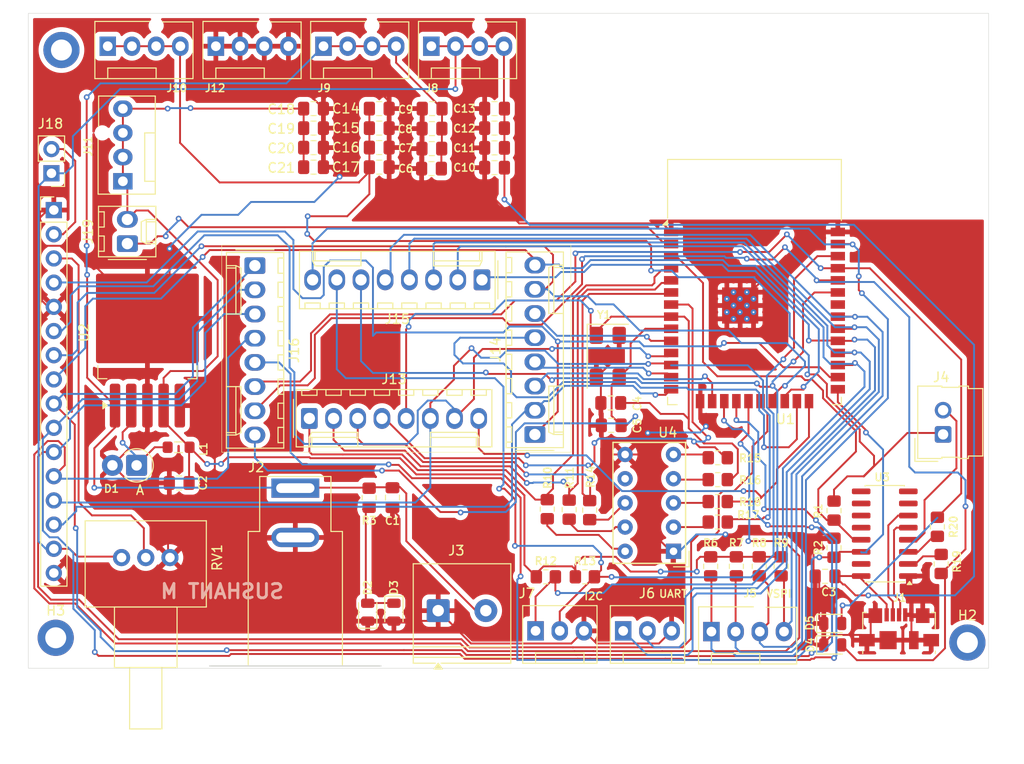
<source format=kicad_pcb>
(kicad_pcb (version 20241229) (generator "pcbnew") (generator_version "9.0")
  (layers (0 "F.Cu" signal) (2 "B.Cu" signal) (13 "F.Paste" user) (15 "B.Paste" user) (5 "F.SilkS" user "F.Silkscreen") (7 "B.SilkS" user "B.Silkscreen") (1 "F.Mask" user) (3 "B.Mask" user) (25 "Edge.Cuts" user))
  (net 0 "")
  (net 1 "/+12V")
  (net 2 "GND")
  (net 3 "/3V3")
  (net 4 "/+5V")
  (net 5 "/XTAL_32K_P")
  (net 6 "/XTAL_32K_N{slash}GPIO_33")
  (net 7 "/V_3.8V")
  (net 8 "Net-(D1-K)")
  (net 9 "Net-(D2-A)")
  (net 10 "/USB_D-")
  (net 11 "/USB_D+")
  (net 12 "/V_3.8V_out")
  (net 13 "/VSPI_GPIO19_MISO")
  (net 14 "/VSPI_GPIO23_MOSI")
  (net 15 "/VSPI_GPIO18_SCLK")
  (net 16 "/VSPI_GPIO5_CS")
  (net 17 "/GPIO16_UART_RX")
  (net 18 "/GPIO17_UART_TX")
  (net 19 "/GPIO22_I2C_SCL")
  (net 20 "/GPIO21_I2C_SDA")
  (net 21 "/GPIO_36")
  (net 22 "/GPIO_27")
  (net 23 "/GPIO_26{slash}EN")
  (net 24 "/GPIO_34")
  (net 25 "/GPIO_35")
  (net 26 "/GPIO_39")
  (net 27 "/GPIO_02")
  (net 28 "/GPIO_14")
  (net 29 "/GPIO_12")
  (net 30 "/GPIO_07")
  (net 31 "/GPIO_04{slash}RS")
  (net 32 "/GPIO_25")
  (net 33 "/GPIO_13")
  (net 34 "/GPIO_08")
  (net 35 "/GPIO_15")
  (net 36 "/GPIO_09")
  (net 37 "/GPIO_11")
  (net 38 "/GPIO_10")
  (net 39 "/GPIO_06")
  (net 40 "/USB_RX{slash}GPIO_01")
  (net 41 "/ESP_Gpio_0")
  (net 42 "/USB_TX{slash}GPIO_03")
  (net 43 "Net-(J17-Pin_2)")
  (net 44 "Net-(J17-Pin_3)")
  (net 45 "/V_3.8V{slash}OP")
  (net 46 "/ESP_EN")
  (net 47 "Net-(U4-A)")
  (net 48 "Net-(U4-B)")
  (net 49 "Net-(U4-C)")
  (net 50 "Net-(U4-D)")
  (net 51 "Net-(U4-E)")
  (net 52 "Net-(U4-F)")
  (net 53 "Net-(U4-G)")
  (net 54 "Net-(U3-TXD)")
  (net 55 "Net-(U3-RXD)")
  (footprint "Capacitor_SMD:C_0805_2012Metric_Pad1.18x1.45mm_HandSolder" (layer "F.Cu") (at 157.7625 73.3 180)
    (property "Reference" "C2")
    (property "Value" "C" (hide yes))
  )
  (footprint "LED_SMD:LED_0805_2012Metric" (layer "F.Cu") (at 226.3625 90.3)
    (property "Reference" "D4")
    (property "Value" "LED" (hide yes))
  )
  (footprint "Capacitor_SMD:C_0805_2012Metric_Pad1.18x1.45mm_HandSolder" (layer "F.Cu") (at 178.7625 34)
    (property "Reference" "C14")
    (property "Value" "C" (hide yes))
  )
  (footprint "Display_7Segment:HDSP-7401" (layer "F.Cu") (at 209.65 80.47 180)
    (property "Reference" "U4")
    (property "Value" "HDSP-7401" (hide yes))
  )
  (footprint "Connector_PinHeader_2.54mm:PinHeader_1x02_P2.54mm_Vertical" (layer "F.Cu") (at 144.35 40.79 180)
    (property "Reference" "J18")
    (property "Value" "Conn_01x02" (hide yes))
  )
  (footprint "Capacitor_SMD:C_0805_2012Metric_Pad1.18x1.45mm_HandSolder" (layer "F.Cu") (at 180.15 74.8375 -90)
    (property "Reference" "C1")
    (property "Value" "C" (hide yes))
  )
  (footprint "Connector_USB:USB_Micro-B_Molex_47346-0001" (layer "F.Cu") (at 233.325 88.6)
    (property "Reference" "J1")
    (property "Value" "USB_B_Micro" (hide yes))
  )
  (footprint "Capacitor_SMD:C_0805_2012Metric_Pad1.18x1.45mm_HandSolder" (layer "F.Cu") (at 184.279166 38.2 180)
    (property "Reference" "C7")
    (property "Value" "C" (hide yes))
  )
  (footprint "MountingHole:MountingHole_2.2mm_M2_DIN965_Pad" (layer "F.Cu") (at 144.8 89.55)
    (property "Reference" "H3")
    (property "Value" "MountingHole" (hide yes))
  )
  (footprint "Resistor_SMD:R_0805_2012Metric_Pad1.20x1.40mm_HandSolder" (layer "F.Cu") (at 226.5 80.1 90)
    (property "Reference" "R2")
    (property "Value" "10k" (hide yes))
  )
  (footprint "Connector:FanPinHeader_1x04_P2.54mm_Vertical" (layer "F.Cu") (at 172.91 27.45)
    (property "Reference" "J9")
    (property "Value" "Conn_01x04_Pin" (hide yes))
  )
  (footprint "Capacitor_SMD:C_0805_2012Metric_Pad1.18x1.45mm_HandSolder" (layer "F.Cu") (at 184.295833 36.1 180)
    (property "Reference" "C8")
    (property "Value" "C" (hide yes))
  )
  (footprint "Resistor_SMD:R_0805_2012Metric_Pad1.20x1.40mm_HandSolder" (layer "F.Cu") (at 177.7 74.85 -90)
    (property "Reference" "R3")
    (property "Value" "10k" (hide yes))
  )
  (footprint "Capacitor_SMD:C_0805_2012Metric_Pad1.18x1.45mm_HandSolder" (layer "F.Cu") (at 184.3125 34 180)
    (property "Reference" "C9")
    (property "Value" "C" (hide yes))
  )
  (footprint "Connector_PinHeader_2.54mm:PinHeader_1x16_P2.54mm_Vertical" (layer "F.Cu") (at 144.6 44.65)
    (property "Reference" "J17" (hide yes))
    (property "Value" "Conn_01x16" (hide yes))
  )
  (footprint "Resistor_SMD:R_0805_2012Metric_Pad1.20x1.40mm_HandSolder" (layer "F.Cu") (at 214.3 72.95)
    (property "Reference" "R16")
    (property "Value" "10k" (hide yes))
  )
  (footprint "Resistor_SMD:R_0805_2012Metric_Pad1.20x1.40mm_HandSolder" (layer "F.Cu") (at 216.25 82.05 90)
    (property "Reference" "R7")
    (property "Value" "10k" (hide yes))
  )
  (footprint "Connector:FanPinHeader_1x04_P2.54mm_Vertical" (layer "F.Cu") (at 213.63 88.9)
    (property "Reference" "J5")
    (property "Value" "Conn_01x04_Pin" (hide yes))
  )
  (footprint "Resistor_SMD:R_0805_2012Metric_Pad1.20x1.40mm_HandSolder" (layer "F.Cu") (at 226.5 76.2 -90)
    (property "Reference" "R1")
    (property "Value" "10k" (hide yes))
  )
  (footprint "Resistor_SMD:R_0805_2012Metric_Pad1.20x1.40mm_HandSolder" (layer "F.Cu") (at 213.55 82.05 90)
    (property "Reference" "R6")
    (property "Value" "10k" (hide yes))
  )
  (footprint "Capacitor_SMD:C_0805_2012Metric_Pad1.18x1.45mm_HandSolder" (layer "F.Cu") (at 178.7625 36.05)
    (property "Reference" "C15")
    (property "Value" "C" (hide yes))
  )
  (footprint "Potentiometer_THT:Potentiometer_Vishay_148-149_Single_Horizontal" (layer "F.Cu") (at 151.71 81.13 -90)
    (property "Reference" "RV1")
    (property "Value" "R_Potentiometer" (hide yes))
  )
  (footprint "Capacitor_SMD:C_0805_2012Metric_Pad1.18x1.45mm_HandSolder" (layer "F.Cu") (at 178.7625 38.09)
    (property "Reference" "C16")
    (property "Value" "C" (hide yes))
  )
  (footprint "Connector_Molex:Molex_KK-254_AE-6410-08A_1x08_P2.54mm_Vertical" (layer "F.Cu") (at 171.425 66.525)
    (property "Reference" "J13")
    (property "Value" "Conn_01x08" (hide yes))
  )
  (footprint "Connector:FanPinHeader_1x04_P2.54mm_Vertical" (layer "F.Cu") (at 151.85 41.63 90)
    (property "Reference" "J11")
    (property "Value" "Conn_01x04_Pin" (hide yes))
  )
  (footprint "Connector_BarrelJack:BarrelJack_SwitchcraftConxall_RAPC10U_Horizontal" (layer "F.Cu") (at 169.95 73.84 90)
    (property "Reference" "J2")
    (property "Value" "Jack-DC" (hide yes))
    (fp_line (start -18.67 -9) (end -18.67 9) (stroke (width 0.12)) (layer "Edge.Cuts"))
  )
  (footprint "Resistor_SMD:R_0805_2012Metric_Pad1.20x1.40mm_HandSolder" (layer "F.Cu") (at 220.95 82.05 90)
    (property "Reference" "R9")
    (property "Value" "10k" (hide yes))
  )
  (footprint "Resistor_SMD:R_0805_2012Metric_Pad1.20x1.40mm_HandSolder" (layer "F.Cu") (at 196.25 83.15)
    (property "Reference" "R12")
    (property "Value" "10k" (hide yes))
  )
  (footprint "Resistor_SMD:R_0805_2012Metric_Pad1.20x1.40mm_HandSolder" (layer "F.Cu") (at 218.65 82.05 90)
    (property "Reference" "R8")
    (property "Value" "10k" (hide yes))
  )
  (footprint "LED_SMD:LED_0805_2012Metric" (layer "F.Cu") (at 226.3625 88.05)
    (property "Reference" "D5")
    (property "Value" "LED" (hide yes))
  )
  (footprint "RF_Module:ESP32-WROOM-32D" (layer "F.Cu") (at 218.15 55.2)
    (property "Reference" "U1")
    (property "Value" "ESP32-WROOM-32D" (hide yes))
  )
  (footprint "Resistor_SMD:R_0805_2012Metric_Pad1.20x1.40mm_HandSolder" (layer "F.Cu") (at 196.4 76.05 90)
    (property "Reference" "R10")
    (property "Value" "10k" (hide yes))
  )
  (footprint "Connector:FanPinHeader_1x03_P2.54mm_Vertical" (layer "F.Cu") (at 204.37 88.825)
    (property "Reference" "J6")
    (property "Value" "Conn_01x03_Pin" (hide yes))
  )
  (footprint "Capacitor_SMD:C_0805_2012Metric_Pad1.18x1.45mm_HandSolder" (layer "F.Cu") (at 184.245833 40.3 180)
    (property "Reference" "C6")
    (property "Value" "C" (hide yes))
  )
  (footprint "Capacitor_SMD:C_0805_2012Metric_Pad1.18x1.45mm_HandSolder" (layer "F.Cu") (at 171.8625 34)
    (property "Reference" "C18")
    (property "Value" "C" (hide yes))
  )
  (footprint "Resistor_SMD:R_0805_2012Metric_Pad1.20x1.40mm_HandSolder" (layer "F.Cu") (at 237.35 77.9 90)
    (property "Reference" "R20")
    (property "Value" "10k" (hide yes))
  )
  (footprint "Capacitor_SMD:C_0805_2012Metric_Pad1.18x1.45mm_HandSolder" (layer "F.Cu") (at 190.8625 34 180)
    (property "Reference" "C13")
    (property "Value" "C" (hide yes))
  )
  (footprint "Capacitor_SMD:C_0805_2012Metric_Pad1.18x1.45mm_HandSolder" (layer "F.Cu") (at 190.8625 38.12 180)
    (property "Reference" "C11")
    (property "Value" "C" (hide yes))
  )
  (footprint "MountingHole:MountingHole_2.2mm_M2_DIN965_Pad" (layer "F.Cu") (at 240.5 90.05)
    (property "Reference" "H2")
    (property "Value" "MountingHole" (hide yes))
  )
  (footprint "Resistor_SMD:R_0805_2012Metric_Pad1.20x1.40mm_HandSolder" (layer "F.Cu") (at 214.3 75.25)
    (property "Reference" "R18")
    (property "Value" "10k" (hide yes))
  )
  (footprint "Connector:FanPinHeader_1x04_P2.54mm_Vertical" (layer "F.Cu") (at 150.26 27.45)
    (property "Reference" "J10")
    (property "Value" "Conn_01x04_Pin" (hide yes))
  )
  (footprint "Connector_Molex:Molex_KK-254_AE-6410-08A_1x08_P2.54mm_Vertical" (layer "F.Cu") (at 195.1 68.21 90)
    (property "Reference" "J14")
    (property "Value" "Conn_01x08" (hide yes))
  )
  (footprint "Resistor_SMD:R_0805_2012Metric_Pad1.20x1.40mm_HandSolder" (layer "F.Cu") (at 200.85 76.15 90)
    (property "Reference" "R14")
    (property "Value" "10k" (hide yes))
  )
  (footprint "Connector_Molex:Molex_KK-254_AE-6410-08A_1x08_P2.54mm_Vertical" (layer "F.Cu") (at 165.705 50.485 -90)
    (property "Reference" "J16")
    (property "Value" "Conn_01x08" (hide yes))
  )
  (footprint "Capacitor_SMD:C_0805_2012Metric_Pad1.18x1.45mm_HandSolder" (layer "F.Cu") (at 190.8625 36.05 180)
    (property "Reference" "C12")
    (property "Value" "C" (hide yes))
  )
  (footprint "Resistor_SMD:R_0805_2012Metric_Pad1.20x1.40mm_HandSolder" (layer "F.Cu") (at 237.75 81.8 -90)
    (property "Reference" "R19")
    (property "Value" "10k" (hide yes))
  )
  (footprint "Package_TO_SOT_SMD:TO-263-5_TabPin3" (layer "F.Cu") (at 154.425 57.525 90)
    (property "Reference" "U2")
    (property "Value" "LM2596S-5" (hide yes))
  )
  (footprint "Resistor_SMD:R_0805_2012Metric_Pad1.20x1.40mm_HandSolder" (layer "F.Cu") (at 214.3 77.4)
    (property "Reference" "R17")
    (property "Value" "10k" (hide yes))
  )
  (footprint "MountingHole:MountingHole_2.2mm_M2_DIN965_Pad" (layer "F.Cu") (at 145.4 27.85)
    (property "Reference" "H1" (hide yes))
    (property "Value" "MountingHole" (hide yes))
  )
  (footprint "LED_SMD:LED_0805_2012Metric" (layer "F.Cu") (at 177.55 86.8625 90)
    (property "Reference" "D2")
    (property "Value" "LED" (hide yes))
  )
  (footprint "LED_SMD:LED_0805_2012Metric" (layer "F.Cu") (at 180.3 86.8625 -90)
    (property "Reference" "D3")
    (property "Value" "LED" (hide yes))
  )
  (footprint "Capacitor_SMD:C_0805_2012Metric_Pad1.18x1.45mm_HandSolder" (layer "F.Cu") (at 171.8625 36.05)
    (property "Reference" "C19")
    (property "Value" "C" (hide yes))
  )
  (footprint "Crystal:Crystal_SMD_0603-4Pin_6.0x3.5mm" (layer "F.Cu") (at 202.75 60 -90)
    (property "Reference" "Y1")
    (property "Value" "Crystal_GND24" (hide yes))
  )
  (footprint "Connector_Molex:Molex_SL_171971-0002_1x02_P2.54mm_Vertical" (layer "F.Cu") (at 237.95 68.2 90)
    (property "Reference" "J4")
    (property "Value" "Conn_01x02_Socket" (hide yes))
  )
  (footprint "Connector:FanPinHeader_1x04_P2.54mm_Vertical" (layer "F.Cu") (at 184.23 27.45)
    (property "Reference" "J8")
    (property "Value" "Conn_01x04_Pin" (hide yes))
  )
  (footprint "Diode_THT:D_DO-41_SOD81_P2.54mm_Vertical_AnodeUp" (layer "F.Cu") (at 153.29 71.45 180)
    (property "Reference" "D1")
    (property "Value" "SM518" (hide yes))
  )
  (footprint "Capacitor_SMD:C_0805_2012Metric_Pad1.18x1.45mm_HandSolder" (layer "F.Cu") (at 171.8625 38.1)
    (property "Reference" "C20")
    (property "Value" "C" (hide yes))
  )
  (footprint "Capacitor_SMD:C_0805_2012Metric_Pad1.18x1.45mm_HandSolder" (layer "F.Cu") (at 203.0625 64.9 180)
    (property "Reference" "C4")
    (property "Value" "C" (hide yes))
  )
  (footprint "Resistor_SMD:R_0805_2012Metric_Pad1.20x1.40mm_HandSolder" (layer "F.Cu") (at 200.35 83.15)
    (property "Reference" "R13")
    (property "Value" "10k" (hide yes))
  )
  (footprint "Capacitor_SMD:C_0805_2012Metric_Pad1.18x1.45mm_HandSolder" (layer "F.Cu") (at 203.1125 67.25 180)
    (property "Reference" "C5")
    (property "Value" "C" (hide yes))
  )
  (footprint "TerminalBlock_Philmore:TerminalBlock_Philmore_TB132_1x02_P5.00mm_Horizontal" (layer "F.Cu") (at 184.95 86.7)
    (property "Reference" "J3")
    (property "Value" "Screw_Terminal_01x02" (hide yes))
  )
  (footprint "Connector_Molex:Molex_KK-254_AE-6410-02A_1x02_P2.54mm_Vertical" (layer "F.Cu") (at 152.32 48.175 90)
    (property "Reference" "J19")
    (property "Value" "Conn_01x02_Socket" (hide yes))
  )
  (footprint "Capacitor_SMD:C_0805_2012Metric_Pad1.18x1.45mm_HandSolder" (layer "F.Cu") (at 178.7625 40.15)
    (property "Reference" "C17")
    (property "Value" "C" (hide yes))
  )
  (footprint "Resistor_SMD:R_0805_2012Metric_Pad1.20x1.40mm_HandSolder" (layer "F.Cu") (at 214.3 70.65)
    (property "Reference" "R15")
    (property "Value" "10k" (hide yes))
  )
  (footprint "Inductor_SMD:L_0805_2012Metric_Pad1.05x1.20mm_HandSolder" (layer "F.Cu") (at 157.7 69.55)
    (property "Reference" "L1")
    (property "Value" "L" (hide yes))
  )
  (footprint "Resistor_SMD:R_0805_2012Metric_Pad1.20x1.40mm_HandSolder" (layer "F.Cu") (at 198.7 76.1 90)
    (property "Reference" "R11")
    (property "Value" "10k" (hide yes))
  )
  (footprint "Capacitor_SMD:C_0805_2012Metric_Pad1.18x1.45mm_HandSolder" (layer "F.Cu") (at 190.8625 40.2 180)
    (property "Reference" "C10")
    (property "Value" "C" (hide yes))
  )
  (footprint "Connector:FanPinHeader_1x03_P2.54mm_Vertical" (layer "F.Cu") (at 195.17 88.825)
    (property "Reference" "J7")
    (property "Value" "Conn_01x03_Pin" (hide yes))
  )
  (footprint "Capacitor_SMD:C_0805_2012Metric_Pad1.18x1.45mm_HandSolder" (layer "F.Cu") (at 171.8625 40.15)
    (property "Reference" "C21")
    (property "Value" "C" (hide yes))
  )
  (footprint "Connector_Molex:Molex_KK-254_AE-6410-08A_1x08_P2.54mm_Vertical" (layer "F.Cu") (at 189.545 51.975 180)
    (property "Reference" "J15")
    (property "Value" "Conn_01x08" (hide yes))
  )
  (footprint "Package_SO:SOIC-16_3.9x9.9mm_P1.27mm" (layer "F.Cu") (at 231.825 78.625 180)
    (property "Reference" "U3")
    (property "Value" "CH340C" (hide yes))
  )
  (footprint "Capacitor_SMD:C_0805_2012Metric_Pad1.18x1.45mm_HandSolder" (layer "F.Cu") (at 225.5625 83.1 180)
    (property "Reference" "C3")
    (property "Value" "C" (hide yes))
  )
  (footprint "Connector:FanPinHeader_1x04_P2.54mm_Vertical" (layer "F.Cu") (at 161.61 27.45)
    (property "Reference" "J12")
    (property "Value" "Conn_01x04_Pin" (hide yes))
  )
  (gr_rect (start 162.225 48.325) (end 198.875 70.075) (stroke (width 0.05)) (fill no) (layer "F.SilkS"))
  (gr_rect (start 141.925 24) (end 242.725 92.75) (stroke (width 0.05)) (fill no) (layer "Edge.Cuts"))
  (gr_text "VSPI" (at 219.3 85.4 0) (layer "F.SilkS") (effects (font (size 0.8 0.8)) (justify left bottom)))
  (gr_text "UART" (at 208.05 85.4 0) (layer "F.SilkS") (effects (font (size 0.8 0.8)) (justify left bottom)))
  (gr_text "I2C" (at 200.2 85.65 0) (layer "F.SilkS") (effects (font (size 0.8 0.8)) (justify left bottom)))
  (gr_text "SUSHANT M" (at 168.9 85.55 0) (layer "B.SilkS") (effects (font (size 1.5 1.5) (thickness 0.3) (bold yes)) (justify left bottom mirror)))
  (segment (start 188.9 86.7) (end 189.95 86.7) (width 0.2) (layer "F.Cu") (net 1))
  (segment (start 180.9 73.7) (end 181.6 74.4) (width 0.2) (layer "F.Cu") (net 1))
  (segment (start 185.283333 38.233333) (end 185.316666 38.2) (width 0.2) (layer "F.Cu") (net 1))
  (segment (start 177.45 73.85) (end 177.35 73.75) (width 0.2) (layer "F.Cu") (net 1))
  (segment (start 185.333333 38.183333) (end 185.316666 38.2) (width 0.2) (layer "F.Cu") (net 1))
  (segment (start 148.1 62.25) (end 151.025 65.175) (width 0.2) (layer "F.Cu") (net 1))
  (segment (start 180.53 27.45) (end 177.99 27.45) (width 0.2) (layer "F.Cu") (net 1))
  (segment (start 148.05 32.8) (end 148.05 48.4) (width 0.2) (layer "F.Cu") (net 1))
  (segment (start 148.85 69.65) (end 151.025 67.475) (width 0.2) (layer "F.Cu") (net 1))
  (segment (start 179.8 73.7) (end 180.9 73.7) (width 0.2) (layer "F.Cu") (net 1))
  (segment (start 169.25 73.79) (end 177.31 73.79) (width 0.2) (layer "F.Cu") (net 1))
  (segment (start 185.35 36.083333) (end 185.333333 36.1) (width 0.2) (layer "F.Cu") (net 1))
  (segment (start 148.85 73.8) (end 148.85 69.65) (width 0.2) (layer "F.Cu") (net 1))
  (segment (start 185.333333 36.1) (end 185.333333 38.183333) (width 0.2) (layer "F.Cu") (net 1))
  (segment (start 185.35 34) (end 185.35 36.083333) (width 0.2) (layer "F.Cu") (net 1))
  (segment (start 175.45 27.45) (end 172.91 27.45) (width 0.2) (layer "F.Cu") (net 1))
  (segment (start 177.31 73.79) (end 177.35 73.75) (width 0.2) (layer "F.Cu") (net 1))
  (segment (start 179.7 73.75) (end 177.35 73.75) (width 0.2) (layer "F.Cu") (net 1))
  (segment (start 148.1 51.45) (end 148.1 62.25) (width 0.2) (layer "F.Cu") (net 1))
  (segment (start 179.75 73.7) (end 179.7 73.75) (width 0.2) (layer "F.Cu") (net 1))
  (segment (start 185.283333 40.3) (end 185.283333 38.233333) (width 0.2) (layer "F.Cu") (net 1))
  (segment (start 180.53 29.18) (end 185.35 34) (width 0.2) (layer "F.Cu") (net 1))
  (segment (start 179.8 73.7) (end 179.75 73.7) (width 0.2) (layer "F.Cu") (net 1))
  (segment (start 181.6 74.4) (end 181.6 79.4) (width 0.2) (layer "F.Cu") (net 1))
  (segment (start 180.53 27.45) (end 180.53 29.18) (width 0.2) (layer "F.Cu") (net 1))
  (segment (start 151.025 67.475) (end 151.025 65.175) (width 0.2) (layer "F.Cu") (net 1))
  (segment (start 177.99 27.45) (end 175.45 27.45) (width 0.2) (layer "F.Cu") (net 1))
  (segment (start 181.6 79.4) (end 188.9 86.7) (width 0.2) (layer "F.Cu") (net 1))
  (via (at 148.1 51.45) (size 0.6) (drill 0.3) (layers "F.Cu" "B.Cu") (net 1))
  (via (at 148.05 48.4) (size 0.6) (drill 0.3) (layers "F.Cu" "B.Cu") (net 1))
  (via (at 148.85 73.8) (size 0.6) (drill 0.3) (layers "F.Cu" "B.Cu") (net 1))
  (via (at 148.05 32.8) (size 0.6) (drill 0.3) (layers "F.Cu" "B.Cu") (net 1))
  (segment (start 148.86 73.79) (end 148.85 73.8) (width 0.2) (layer "B.Cu") (net 1))
  (segment (start 148.05 51.4) (end 148.1 51.45) (width 0.2) (layer "B.Cu") (net 1))
  (segment (start 148.05 48.4) (end 148.05 51.4) (width 0.2) (layer "B.Cu") (net 1))
  (segment (start 149.501 31.349) (end 169.011 31.349) (width 0.2) (layer "B.Cu") (net 1))
  (segment (start 148.05 32.8) (end 149.501 31.349) (width 0.2) (layer "B.Cu") (net 1))
  (segment (start 169.011 31.349) (end 172.91 27.45) (width 0.2) (layer "B.Cu") (net 1))
  (segment (start 169.25 73.79) (end 148.86 73.79) (width 0.2) (layer "B.Cu") (net 1))
  (segment (start 172.9 38.1) (end 172.9 36.05) (width 0.2) (layer "F.Cu") (net 2))
  (segment (start 183.208333 40.3) (end 183.208333 38.233333) (width 0.2) (layer "F.Cu") (net 2))
  (segment (start 180.8 76.775) (end 180.8 79.65) (width 0.2) (layer "F.Cu") (net 2))
  (segment (start 183.875 87.775) (end 184.95 86.7) (width 0.2) (layer "F.Cu") (net 2))
  (segment (start 154.425 65.175) (end 154.425 56.025) (width 0.2) (layer "F.Cu") (net 2))
  (segment (start 225.425 90.3) (end 225.425 88.05) (width 0.2) (layer "F.Cu") (net 2))
  (segment (start 209.45 88.825) (end 208.125 90.15) (width 0.2) (layer "F.Cu") (net 2))
  (segment (start 143 48.4) (end 143 53.81) (width 0.2) (layer "F.Cu") (net 2))
  (segment (start 189.825 40.2) (end 189.825 38.12) (width 0.2) (layer "F.Cu") (net 2))
  (segment (start 146.8 48.4) (end 154.425 56.025) (width 0.2) (layer "F.Cu") (net 2))
  (segment (start 177.05 87.775) (end 179.8 87.775) (width 0.2) (layer "F.Cu") (net 2))
  (segment (start 156.59 81.03) (end 156.59 73.435) (width 0.2) (layer "F.Cu") (net 2))
  (segment (start 173.6 40.15) (end 174.6 41.15) (width 0.2) (layer "F.Cu") (net 2))
  (segment (start 225.425 88.05) (end 224.95 87.575) (width 0.2) (layer "F.Cu") (net 2))
  (segment (start 144.6 54.81) (end 144.69 54.9) (width 0.2) (layer "F.Cu") (net 2))
  (segment (start 172.9 34) (end 172.9 33.05) (width 0.2) (layer "F.Cu") (net 2))
  (segment (start 172.9 34) (end 172.9 36.05) (width 0.2) (layer "F.Cu") (net 2))
  (segment (start 172.9 33.05) (end 173.55 32.4) (width 0.2) (layer "F.Cu") (net 2))
  (segment (start 230.35 87.7125) (end 230.35 89.4) (width 0.2) (layer "F.Cu") (net 2))
  (segment (start 172.9 40.15) (end 172.9 38.1) (width 0.2) (layer "F.Cu") (net 2))
  (segment (start 169.23 30.33) (end 172.9 34) (width 0.2) (layer "F.Cu") (net 2))
  (segment (start 157.825 65.175) (end 159.475 65.175) (width 0.2) (layer "F.Cu") (net 2))
  (segment (start 183.258333 38.183333) (end 183.241666 38.2) (width 0.2) (layer "F.Cu") (net 2))
  (segment (start 234.3 83.07) (end 234.42 83.07) (width 0.2) (layer "F.Cu") (net 2))
  (segment (start 159.475 65.175) (end 161.5 67.2) (width 0.2) (layer "F.Cu") (net 2))
  (segment (start 211.65 46.95) (end 216.65 51.95) (width 0.2) (layer "F.Cu") (net 2))
  (segment (start 183.058333 40.15) (end 183.208333 40.3) (width 0.2) (layer "F.Cu") (net 2))
  (segment (start 229.4 89.25) (end 229.95 89.8) (width 0.2) (layer "F.Cu") (net 2))
  (segment (start 215.1 78.7) (end 226.1 78.7) (width 0.2) (layer "F.Cu") (net 2))
  (segment (start 183.275 34) (end 183.275 36.083333) (width 0.2) (layer "F.Cu") (net 2))
  (segment (start 203.95 57.8) (end 203.95 59.85) (width 0.2) (layer "F.Cu") (net 2))
  (segment (start 234.71 87.225) (end 234.625 87.14) (width 0.2) (layer "F.Cu") (net 2))
  (segment (start 209.4 46.95) (end 211.65 46.95) (width 0.2) (layer "F.Cu") (net 2))
  (segment (start 224.95 87.575) (end 224.95 83.525) (width 0.2) (layer "F.Cu") (net 2))
  (segment (start 169.25 78.97) (end 173.62 78.97) (width 0.2) (layer "F.Cu") (net 2))
  (segment (start 203.95 59.85) (end 201.6 62.2) (width 0.2) (layer "F.Cu") (net 2))
  (segment (start 234.42 83.07) (end 234.625 83.275) (width 0.2) (layer "F.Cu") (net 2))
  (segment (start 156.75 48.7) (end 156.75 52.35) (width 0.2) (layer "F.Cu") (net 2))
  (segment (start 154.425 67.775) (end 150.75 71.45) (width 0.2) (layer "F.Cu") (net 2))
  (segment (start 204.57 70.31) (end 202.71 70.31) (width 0.2) (layer "F.Cu") (net 2))
  (segment (start 179.8 40.15) (end 183.058333 40.15) (width 0.2) (layer "F.Cu") (net 2))
  (segment (start 213.05 67.349) (end 212.899 67.349) (width 0.2) (layer "F.Cu") (net 2))
  (segment (start 202.025 64.9) (end 202.025 62.675) (width 0.2) (layer "F.Cu") (net 2))
  (segment (start 216.65 51.95) (end 216.65 54.67) (width 0.2) (layer "F.Cu") (net 2))
  (segment (start 154.425 65.175) (end 154.425 67.775) (width 0.2) (layer "F.Cu") (net 2))
  (segment (start 206.95 68.05) (end 206.3 68.7) (width 0.2) (layer "F.Cu") (net 2))
  (segment (start 209.37 80.47) (end 209.65 80.47) (width 0.2) (layer "F.Cu") (net 2))
  (segment (start 183.208333 40.3) (end 183.208333 42.258333) (width 0.2) (layer "F.Cu") (net 2))
  (segment (start 209.45 88.825) (end 209.45 80.67) (width 0.2) (layer "F.Cu") (net 2))
  (segment (start 152.6 73.3) (end 150.75 71.45) (width 0.2) (layer "F.Cu") (net 2))
  (segment (start 235.8125 87.225) (end 234.71 87.225) (width 0.2) (layer "F.Cu") (net 2))
  (segment (start 183.258333 36.1) (end 183.258333 38.183333) (width 0.2) (layer "F.Cu") (net 2))
  (segment (start 144.6 44.65) (end 143.95 44.65) (width 0.2) (layer "F.Cu") (net 2))
  (segment (start 154.425 54.675) (end 154.425 56.025) (width 0.2) (layer "F.Cu") (net 2))
  (segment (start 206.3 68.7) (end 206.3 70.7) (width 0.2) (layer "F.Cu") (net 2))
  (segment (start 225.425 90.125) (end 226.3 89.25) (width 0.2) (layer "F.Cu") (net 2))
  (segment (start 143 48.4) (end 146.8 48.4) (width 0.2) (layer "F.Cu") (net 2))
  (segment (start 234.625 87.14) (end 233.975 87.14) (width 0.2) (layer "F.Cu") (net 2))
  (segment (start 224.35 82.925) (end 224.35 80.05) (width 0.2) (layer "F.Cu") (net 2))
  (segment (start 202.025 64.9) (end 202.025 67.2) (width 0.2) (layer "F.Cu") (net 2))
  (segment (start 189.825 34) (end 189.825 36.05) (width 0.2) (layer "F.Cu") (net 2))
  (segment (start 144.35 82.75) (end 145.7 84.1) (width 0.2) (layer "F.Cu") (net 2))
  (segment (start 183.208333 42.258333) (end 184 43.05) (width 0.2) (layer "F.Cu") (net 2))
  (segment (start 173.55 32.4) (end 178.95 32.4) (width 0.2) (layer "F.Cu") (net 2))
  (segment (start 176.225 87.775) (end 175.3 86.85) (width 0.2) (layer "F.Cu") (net 2))
  (segment (start 224.35 80.05) (end 225.1 79.3) (width 0.2) (layer "F.Cu") (net 2))
  (segment (start 175.3 80.65) (end 175.3 86.85) (width 0.2) (layer "F.Cu") (net 2))
  (segment (start 193.45 46.05) (end 208.5 46.05) (width 0.2) (layer "F.Cu") (net 2))
  (segment (start 183.275 36.083333) (end 183.258333 36.1) (width 0.2) (layer "F.Cu") (net 2))
  (segment (start 168.97 79.25) (end 169.25 78.97) (width 0.2) (layer "F.Cu") (net 2))
  (segment (start 234.625 83.275) (end 234.625 87.14) (width 0.2) (layer "F.Cu") (net 2))
  (segment (start 179.8 33.25) (end 179.8 34) (width 0.2) (layer "F.Cu") (net 2))
  (segment (start 202.71 70.31) (end 202.075 69.675) (width 0.2) (layer "F.Cu") (net 2))
  (segment (start 234.625 89.55) (end 234.875 89.8) (width 0.2) (layer "F.Cu") (net 2))
  (segment (start 173.62 78.97) (end 175.3 80.65) (width 0.2) (layer "F.Cu") (net 2))
  (segment (start 156.59 81.03) (end 157.22 81.03) (width 0.2) (layer "F.Cu") (net 2))
  (segment (start 153.52 84.1) (end 156.59 81.03) (width 0.2) (layer "F.Cu") (net 2))
  (segment (start 179.8 87.775) (end 183.875 87.775) (width 0.2) (layer "F.Cu") (net 2))
  (segment (start 224.95 83.525) (end 224.525 83.1) (width 0.2) (layer "F.Cu") (net 2))
  (segment (start 178.95 32.4) (end 179.8 33.25) (width 0.2) (layer "F.Cu") (net 2))
  (segment (start 224 47) (end 218.05 52.95) (width 0.2) (layer "F.Cu") (net 2))
  (segment (start 188.1 43.05) (end 189.825 41.325) (width 0.2) (layer "F.Cu") (net 2))
  (segment (start 208.125 90.15) (end 201.575 90.15) (width 0.2) (layer "F.Cu") (net 2))
  (segment (start 180.8 79.65) (end 184.95 83.8) (width 0.2) (layer "F.Cu") (net 2))
  (segment (start 205.91 70.31) (end 206.3 70.7) (width 0.2) (layer "F.Cu") (net 2))
  (segment (start 218.05 52.95) (end 218.05 53.27) (width 0.2) (layer "F.Cu") (net 2))
  (segment (start 230.8375 87.225) (end 230.35 87.7125) (width 0.2) (layer "F.Cu") (net 2))
  (segment (start 229.95 89.8) (end 232.175 89.8) (width 0.2) (layer "F.Cu") (net 2))
  (segment (start 225.425 90.3) (end 225.425 90.125) (width 0.2) (layer "F.Cu") (net 2))
  (segment (start 212.899 67.349) (end 212.44 66.89) (width 0.2) (layer "F.Cu") (net 2))
  (segment (start 184.95 86.7) (end 188.4 90.15) (width 0.2) (layer "F.Cu") (net 2))
  (segment (start 212.44 66.89) (end 212.44 64.71) (width 0.2) (layer "F.Cu") (net 2))
  (segment (start 236.7 89.8) (end 234.875 89.8) (width 0.2) (layer "F.Cu") (net 2))
  (segment (start 159 79.25) (end 161.5 79.25) (width 0.2) (layer "F.Cu") (net 2))
  (segment (start 161.61 27.45) (end 164.15 27.45) (width 0.2) (layer "F.Cu") (net 2))
  (segment (start 179.8 75.775) (end 180.8 76.775) (width 0.2) (layer "F.Cu") (net 2))
  (segment (start 189.825 42.425) (end 193.45 46.05) (width 0.2) (layer "F.Cu") (net 2))
  (segment (start 166.69 27.45) (end 164.15 27.45) (width 0.2) (layer "F.Cu") (net 2))
  (segment (start 226.1 79.5) (end 226.1 78.7) (width 0.2) (layer "F.Cu") (net 2))
  (segment (start 161.5 79.25) (end 168.97 79.25) (width 0.2) (layer "F.Cu") (net 2))
  (segment (start 156.75 52.35) (end 154.425 54.675) (width 0.2) (layer "F.Cu") (net 2))
  (segment (start 226.85 47) (end 224 47) (width 0.2) (layer "F.Cu") (net 2))
  (segment (start 143.95 44.65) (end 143 45.6) (width 0.2) (layer "F.Cu") (net 2))
  (segment (start 145.7 84.1) (end 153.52 84.1) (width 0.2) (layer "F.Cu") (net 2))
  (segment (start 179.8 38.09) (end 179.8 36.05) (width 0.2) (layer "F.Cu") (net 2))
  (segment (start 156.59 73.435) (end 156.725 73.3) (width 0.2) (layer "F.Cu") (net 2))
  (segment (start 226.9 46.95) (end 226.85 47) (width 0.2) (layer "F.Cu") (net 2))
  (segment (start 226.1 78.7) (end 226.5 79.1) (width 0.2) (layer "F.Cu") (net 2))
  (segment (start 189.825 40.2) (end 189.825 42.425) (width 0.2) (layer "F.Cu") (net 2))
  (segment (start 230.35 89.4) (end 229.95 89.8) (width 0.2) (layer "F.Cu") (net 2))
  (segment (start 202.025 62.675) (end 201.55 62.2) (width 0.2) (layer "F.Cu") (net 2))
  (segment (start 156.725 73.3) (end 152.6 73.3) (width 0.2) (layer "F.Cu") (net 2))
  (segment (start 225.9 79.3) (end 226.1 79.5) (width 0.2) (layer "F.Cu") (net 2))
  (segment (start 169.23 27.45) (end 166.69 27.45) (width 0.2) (layer "F.Cu") (net 2))
  (segment (start 225.1 79.3) (end 225.9 79.3) (width 0.2) (layer "F.Cu") (net 2))
  (segment (start 206.3 77.4) (end 209.37 80.47) (width 0.2) (layer "F.Cu") (net 2))
  (segment (start 198.925 90.15) (end 200.25 88.825) (width 0.2) (layer "F.Cu") (net 2))
  (segment (start 143 53.81) (end 144 54.81) (width 0.2) (layer "F.Cu") (net 2))
  (segment (start 184 43.05) (end 188.1 43.05) (width 0.2) (layer "F.Cu") (net 2))
  (segment (start 161.5 67.2) (end 161.5 79.25) (width 0.2) (layer "F.Cu") (net 2))
  (segment (start 157.22 81.03) (end 159 79.25) (width 0.2) (layer "F.Cu") (net 2))
  (segment (start 208.5 46.05) (end 209.4 46.95) (width 0.2) (layer "F.Cu") (net 2))
  (segment (start 172.9 40.15) (end 173.6 40.15) (width 0.2) (layer "F.Cu") (net 2))
  (segment (start 202.025 67.2) (end 202.075 67.25) (width 0.2) (layer "F.Cu") (net 2))
  (segment (start 143 45.6) (end 143 48.4) (width 0.2) (layer "F.Cu") (net 2))
  (segment (start 184.95 83.8) (end 184.95 86.7) (width 0.2) (layer "F.Cu") (net 2))
  (segment (start 202.075 69.675) (end 202.075 67.25) (width 0.2) (layer "F.Cu") (net 2))
  (segment (start 179.8 36.05) (end 179.8 34) (width 0.2) (layer "F.Cu") (net 2))
  (segment (start 232.175 89.8) (end 234.875 89.8) (width 0.2) (layer "F.Cu") (net 2))
  (segment (start 169.23 27.45) (end 169.23 30.33) (width 0.2) (layer "F.Cu") (net 2))
  (segment (start 224.525 83.1) (end 224.35 82.925) (width 0.2) (layer "F.Cu") (net 2))
  (segment (start 144 54.81) (end 144.6 54.81) (width 0.2) (layer "F.Cu") (net 2))
  (segment (start 189.825 38.12) (end 189.825 36.05) (width 0.2) (layer "F.Cu") (net 2))
  (segment (start 204.57 70.31) (end 205.91 70.31) (width 0.2) (layer "F.Cu") (net 2))
  (segment (start 183.208333 38.233333) (end 183.241666 38.2) (width 0.2) (layer "F.Cu") (net 2))
  (segment (start 179.8 40.15) (end 179.8 38.09) (width 0.2) (layer "F.Cu") (net 2))
  (segment (start 201.575 90.15) (end 200.25 88.825) (width 0.2) (layer "F.Cu") (net 2))
  (segment (start 226.3 89.25) (end 229.4 89.25) (width 0.2) (layer "F.Cu") (net 2))
  (segment (start 234.625 87.14) (end 234.625 89.55) (width 0.2) (layer "F.Cu") (net 2))
  (segment (start 177.05 87.775) (end 176.225 87.775) (width 0.2) (layer "F.Cu") (net 2))
  (segment (start 188.4 90.15) (end 198.925 90.15) (width 0.2) (layer "F.Cu") (net 2))
  (segment (start 189.825 41.325) (end 189.825 40.2) (width 0.2) (layer "F.Cu") (net 2))
  (segment (start 209.45 80.67) (end 209.65 80.47) (width 0.2) (layer "F.Cu") (net 2))
  (segment (start 206.3 70.7) (end 206.3 77.4) (width 0.2) (layer "F.Cu") (net 2))
  (segment (start 201.6 62.2) (end 201.55 62.2) (width 0.2) (layer "F.Cu") (net 2))
  (via (at 174.6 41.15) (size 0.6) (drill 0.3) (layers "F.Cu" "B.Cu") (net 2))
  (via (at 215.1 78.7) (size 0.6) (drill 0.3) (layers "F.Cu" "B.Cu") (net 2))
  (via (at 213.05 67.349) (size 0.6) (drill 0.3) (layers "F.Cu" "B.Cu") (net 2))
  (via (at 156.75 48.7) (size 0.6) (drill 0.3) (layers "F.Cu" "B.Cu") (net 2))
  (via (at 206.95 68.05) (size 0.6) (drill 0.3) (layers "F.Cu" "B.Cu") (net 2))
  (segment (start 212.05 78.7) (end 210.28 80.47) (width 0.2) (layer "B.Cu") (net 2))
  (segment (start 156.75 48.5) (end 160.1 45.15) (width 0.2) (layer "B.Cu") (net 2))
  (segment (start 212.45 68) (end 207 68) (width 0.2) (layer "B.Cu") (net 2))
  (segment (start 207 68) (end 206.95 68.05) (width 0.2) (layer "B.Cu") (net 2))
  (segment (start 156.75 48.7) (end 156.75 48.5) (width 0.2) (layer "B.Cu") (net 2))
  (segment (start 160.1 45.15) (end 163.95 45.15) (width 0.2) (layer "B.Cu") (net 2))
  (segment (start 213.05 67.4) (end 212.45 68) (width 0.2) (layer "B.Cu") (net 2))
  (segment (start 163.95 45.15) (end 165.3 43.8) (width 0.2) (layer "B.Cu") (net 2))
  (segment (start 215.1 78.7) (end 212.05 78.7) (width 0.2) (layer "B.Cu") (net 2))
  (segment (start 213.05 67.349) (end 213.05 67.4) (width 0.2) (layer "B.Cu") (net 2))
  (segment (start 210.28 80.47) (end 209.65 80.47) (width 0.2) (layer "B.Cu") (net 2))
  (segment (start 165.3 43.8) (end 171.95 43.8) (width 0.2) (layer "B.Cu") (net 2))
  (segment (start 171.95 43.8) (end 174.6 41.15) (width 0.2) (layer "B.Cu") (net 2))
  (segment (start 203.59195 81.049) (end 205.14295 82.6) (width 0.2) (layer "F.Cu") (net 3))
  (segment (start 158.85 69.75) (end 158.8 69.8) (width 0.2) (layer "F.Cu") (net 3))
  (segment (start 156.125 65.175) (end 156.125 66.825) (width 0.2) (layer "F.Cu") (net 3))
  (segment (start 205.14295 82.6) (end 208.3 82.6) (width 0.2) (layer "F.Cu") (net 3))
  (segment (start 161.8 60) (end 160.25 61.55) (width 0.2) (layer "F.Cu") (net 3))
  (segment (start 170.825 40.15) (end 170.825 38.1) (width 0.2) (layer "F.Cu") (net 3))
  (segment (start 200.151 81.049) (end 203.59195 81.049) (width 0.2) (layer "F.Cu") (net 3))
  (segment (start 158.8 69.8) (end 158.8 73.3) (width 0.2) (layer "F.Cu") (net 3))
  (segment (start 199.35 81.85) (end 200.05 81.15) (width 0.2) (layer "F.Cu") (net 3))
  (segment (start 151.85 36.55) (end 151.85 34.01) (width 0.2) (layer "F.Cu") (net 3))
  (segment (start 199.35 83.15) (end 199.35 81.85) (width 0.2) (layer "F.Cu") (net 3))
  (segment (start 200.05 81.15) (end 200.151 81.049) (width 0.2) (layer "F.Cu") (net 3))
  (segment (start 170.825 36.05) (end 170.825 38.1) (width 0.2) (layer "F.Cu") (net 3))
  (segment (start 152.32 45.635) (end 152.32 42.1) (width 0.2) (layer "F.Cu") (net 3))
  (segment (start 160.6 71.3) (end 160.7 71.3) (width 0.2) (layer "F.Cu") (net 3))
  (segment (start 208.3 82.6) (end 208.35 82.6) (width 0.2) (layer "F.Cu") (net 3))
  (segment (start 170.825 34) (end 159 34) (width 0.2) (layer "F.Cu") (net 3))
  (segment (start 195.25 82.8) (end 195.25 83.15) (width 0.2) (layer "F.Cu") (net 3))
  (segment (start 195.25 83.15) (end 194 81.9) (width 0.2) (layer "F.Cu") (net 3))
  (segment (start 152.32 45.635) (end 153.255 44.7) (width 0.2) (layer "F.Cu") (net 3))
  (segment (start 156.85 61.55) (end 156.125 62.275) (width 0.2) (layer "F.Cu") (net 3))
  (segment (start 156.54 34.01) (end 156.55 34) (width 0.2) (layer "F.Cu") (net 3))
  (segment (start 194 74.6) (end 191.8 72.4) (width 0.2) (layer "F.Cu") (net 3))
  (segment (start 212.1 82.6) (end 212.1 81.4) (width 0.2) (layer "F.Cu") (net 3))
  (segment (start 151.85 41.63) (end 151.85 39.09) (width 0.2) (layer "F.Cu") (net 3))
  (segment (start 191.8 72.4) (end 182.65 72.4) (width 0.2) (layer "F.Cu") (net 3))
  (segment (start 151.85 39.09) (end 151.85 36.55) (width 0.2) (layer "F.Cu") (net 3))
  (segment (start 162.85 70.6) (end 162.15 71.3) (width 0.2) (layer "F.Cu") (net 3))
  (segment (start 151.85 34.01) (end 156.54 34.01) (width 0.2) (layer "F.Cu") (net 3))
  (segment (start 212.1 81.4) (end 212.45 81.05) (width 0.2) (layer "F.Cu") (net 3))
  (segment (start 199.35 82.4) (end 199 82.05) (width 0.2) (layer "F.Cu") (net 3))
  (segment (start 161.8 52) (end 161.8 60) (width 0.2) (layer "F.Cu") (net 3))
  (segment (start 158.85 69.55) (end 160.6 71.3) (width 0.2) (layer "F.Cu") (net 3))
  (segment (start 180.951 70.701) (end 171.5339 70.701) (width 0.2) (layer "F.Cu") (net 3))
  (segment (start 156.125 66.825) (end 158.85 69.55) (width 0.2) (layer "F.Cu") (net 3))
  (segment (start 159 34) (end 158.95 33.95) (width 0.2) (layer "F.Cu") (net 3))
  (segment (start 199.35 83.15) (end 199.35 82.4) (width 0.2) (layer "F.Cu") (net 3))
  (segment (start 199 82.05) (end 196 82.05) (width 0.2) (layer "F.Cu") (net 3))
  (segment (start 171.5339 70.701) (end 171.4329 70.6) (width 0.2) (layer "F.Cu") (net 3))
  (segment (start 171.4329 70.6) (end 162.85 70.6) (width 0.2) (layer "F.Cu") (net 3))
  (segment (start 153.255 44.7) (end 154.5 44.7) (width 0.2) (layer "F.Cu") (net 3))
  (segment (start 158.85 69.55) (end 158.85 69.75) (width 0.2) (layer "F.Cu") (net 3))
  (segment (start 154.5 44.7) (end 161.8 52) (width 0.2) (layer "F.Cu") (net 3))
  (segment (start 152.32 42.1) (end 151.85 41.63) (width 0.2) (layer "F.Cu") (net 3))
  (segment (start 212.45 81.05) (end 213.55 81.05) (width 0.2) (layer "F.Cu") (net 3))
  (segment (start 170.825 34) (end 170.825 36.05) (width 0.2) (layer "F.Cu") (net 3))
  (segment (start 182.65 72.4) (end 180.951 70.701) (width 0.2) (layer "F.Cu") (net 3))
  (segment (start 220.95 81.05) (end 218.65 81.05) (width 0.2) (layer "F.Cu") (net 3))
  (segment (start 194 81.9) (end 194 74.6) (width 0.2) (layer "F.Cu") (net 3))
  (segment (start 218.65 81.05) (end 216.25 81.05) (width 0.2) (layer "F.Cu") (net 3))
  (segment (start 156.125 62.275) (end 156.125 65.175) (width 0.2) (layer "F.Cu") (net 3))
  (segment (start 196 82.05) (end 195.25 82.8) (width 0.2) (layer "F.Cu") (net 3))
  (segment (start 213.55 81.05) (end 216.25 81.05) (width 0.2) (layer "F.Cu") (net 3))
  (segment (start 160.25 61.55) (end 156.85 61.55) (width 0.2) (layer "F.Cu") (net 3))
  (via (at 212.1 82.6) (size 0.6) (drill 0.3) (layers "F.Cu" "B.Cu") (net 3))
  (via (at 208.3 82.6) (size 0.6) (drill 0.3) (layers "F.Cu" "B.Cu") (net 3))
  (via (at 162.15 71.3) (size 0.6) (drill 0.3) (layers "F.Cu" "B.Cu") (net 3))
  (via (at 160.7 71.3) (size 0.6) (drill 0.3) (layers "F.Cu" "B.Cu") (net 3))
  (via (at 158.95 33.95) (size 0.6) (drill 0.3) (layers "F.Cu" "B.Cu") (net 3))
  (via (at 156.55 34) (size 0.6) (drill 0.3) (layers "F.Cu" "B.Cu") (net 3))
  (segment (start 156.6 33.95) (end 156.55 34) (width 0.2) (layer "B.Cu") (net 3))
  (segment (start 162.15 71.3) (end 160.7 71.3) (width 0.2) (layer "B.Cu") (net 3))
  (segment (start 158.95 33.95) (end 156.6 33.95) (width 0.2) (layer "B.Cu") (net 3))
  (segment (start 212.1 82.6) (end 208.3 82.6) (width 0.2) (layer "B.Cu") (net 3))
  (segment (start 191.85 27.45) (end 191.85 33.95) (width 0.2) (layer "F.Cu") (net 4))
  (segment (start 230.1 85.1) (end 228.75 85.1) (width 0.2) (layer "F.Cu") (net 4))
  (segment (start 186.77 27.45) (end 186.77 31.93) (width 0.2) (layer "F.Cu") (net 4))
  (segment (start 229.35 83.35) (end 229.35 83.07) (width 0.2) (layer "F.Cu") (net 4))
  (segment (start 186.77 27.45) (end 189.31 27.45) (width 0.2) (layer "F.Cu") (net 4))
  (segment (start 191.85 33.95) (end 191.9 34) (width 0.2) (layer "F.Cu") (net 4))
  (segment (start 189.31 27.45) (end 191.85 27.45) (width 0.2) (layer "F.Cu") (net 4))
  (segment (start 146.26 80.21) (end 147.08 81.03) (width 0.2) (layer "F.Cu") (net 4))
  (segment (start 191.9 36.05) (end 191.9 38.12) (width 0.2) (layer "F.Cu") (net 4))
  (segment (start 226.63 83.07) (end 226.6 83.1) (width 0.2) (layer "F.Cu") (net 4))
  (segment (start 191.9 40.2) (end 191.9 38.12) (width 0.2) (layer "F.Cu") (net 4))
  (segment (start 144.35 80.21) (end 146.26 80.21) (width 0.2) (layer "F.Cu") (net 4))
  (segment (start 228.75 85.1) (end 227.6 83.95) (width 0.2) (layer "F.Cu") (net 4))
  (segment (start 191.9 43.542836) (end 191.9 40.2) (width 0.2) (layer "F.Cu") (net 4))
  (segment (start 186.77 31.93) (end 186.75 31.95) (width 0.2) (layer "F.Cu") (net 4))
  (segment (start 229.35 83.07) (end 226.63 83.07) (width 0.2) (layer "F.Cu") (net 4))
  (segment (start 184.23 27.45) (end 186.77 27.45) (width 0.2) (layer "F.Cu") (net 4))
  (segment (start 227.45 83.95) (end 226.6 83.1) (width 0.2) (layer "F.Cu") (net 4))
  (segment (start 144.6 80.21) (end 143.86 80.21) (width 0.2) (layer "F.Cu") (net 4))
  (segment (start 232.025 87.14) (end 232.025 86.025) (width 0.2) (layer "F.Cu") (net 4))
  (segment (start 232.025 86.025) (end 229.35 83.35) (width 0.2) (layer "F.Cu") (net 4))
  (segment (start 191.9 34) (end 191.9 36.05) (width 0.2) (layer "F.Cu") (net 4))
  (segment (start 147.08 81.03) (end 151.51 81.03) (width 0.2) (layer "F.Cu") (net 4))
  (segment (start 227.6 83.95) (end 227.45 83.95) (width 0.2) (layer "F.Cu") (net 4))
  (via (at 230.1 85.1) (size 0.6) (drill 0.3) (layers "F.Cu" "B.Cu") (net 4))
  (via (at 191.9 43.542836) (size 0.6) (drill 0.3) (layers "F.Cu" "B.Cu") (net 4))
  (via (at 186.75 31.95) (size 0.6) (drill 0.3) (layers "F.Cu" "B.Cu") (net 4))
  (segment (start 146.6 40) (end 145.81 40.79) (width 0.2) (layer "B.Cu") (net 4))
  (segment (start 230.1 85.1) (end 239.2 85.1) (width 0.2) (layer "B.Cu") (net 4))
  (segment (start 151.55 31.95) (end 146.6 36.9) (width 0.2) (layer "B.Cu") (net 4))
  (segment (start 194.555164 46.198) (end 191.9 43.542836) (width 0.2) (layer "B.Cu") (net 4))
  (segment (start 144.6 80.21) (end 144.59 80.2) (width 0.2) (layer "B.Cu") (net 4))
  (segment (start 143.75 80.2) (end 143 79.45) (width 0.2) (layer "B.Cu") (net 4))
  (segment (start 143 42.14) (end 144.35 40.79) (width 0.2) (layer "B.Cu") (net 4))
  (segment (start 144.59 80.2) (end 143.75 80.2) (width 0.2) (layer "B.Cu") (net 4))
  (segment (start 239.2 85.1) (end 241.2 83.1) (width 0.2) (layer "B.Cu") (net 4))
  (segment (start 186.75 31.95) (end 186.7 31.9) (width 0.2) (layer "B.Cu") (net 4))
  (segment (start 186.75 31.95) (end 151.55 31.95) (width 0.2) (layer "B.Cu") (net 4))
  (segment (start 241.2 58.8) (end 228.598 46.198) (width 0.2) (layer "B.Cu") (net 4))
  (segment (start 228.598 46.198) (end 194.555164 46.198) (width 0.2) (layer "B.Cu") (net 4))
  (segment (start 145.81 40.79) (end 144.35 40.79) (width 0.2) (layer "B.Cu") (net 4))
  (segment (start 241.2 83.1) (end 241.2 58.8) (width 0.2) (layer "B.Cu") (net 4))
  (segment (start 146.6 36.9) (end 146.6 40) (width 0.2) (layer "B.Cu") (net 4))
  (segment (start 143 79.45) (end 143 42.14) (width 0.2) (layer "B.Cu") (net 4))
  (segment (start 211.249 67.549) (end 211.249 66.6) (width 0.2) (layer "F.Cu") (net 5))
  (segment (start 201.55 57.4) (end 203.11 55.84) (width 0.2) (layer "F.Cu") (net 5))
  (segment (start 201.55 57.8) (end 200.951 57.201) (width 0.2) (layer "F.Cu") (net 5))
  (segment (start 216.4 69.75) (end 215.8 69.15) (width 0.2) (layer "F.Cu") (net 5))
  (segment (start 201.55 57.8) (end 201.55 57.4) (width 0.2) (layer "F.Cu") (net 5))
  (segment (start 208.3 66.05) (end 210.699 66.05) (width 0.2) (layer "F.Cu") (net 5))
  (segment (start 210.79 55.84) (end 209.4 55.84) (width 0.2) (layer "F.Cu") (net 5))
  (segment (start 215.3 72.95) (end 215.7 72.95) (width 0.2) (layer "F.Cu") (net 5))
  (segment (start 212.85 69.15) (end 211.249 67.549) (width 0.2) (layer "F.Cu") (net 5))
  (segment (start 211.249 66.6) (end 211.249 56.299) (width 0.2) (layer "F.Cu") (net 5))
  (segment (start 210.699 66.05) (end 211.249 66.6) (width 0.2) (layer "F.Cu") (net 5))
  (segment (start 215.8 69.15) (end 212.85 69.15) (width 0.2) (layer "F.Cu") (net 5))
  (segment (start 181.585 57.165) (end 181.585 66.525) (width 0.2) (layer "F.Cu") (net 5))
  (segment (start 204.1 64.9) (end 207.15 64.9) (width 0.2) (layer "F.Cu") (net 5))
  (segment (start 181.85 56.9) (end 181.585 57.165) (width 0.2) (layer "F.Cu") (net 5))
  (segment (start 216.4 72.25) (end 216.4 69.75) (width 0.2) (layer "F.Cu") (net 5))
  (segment (start 215.7 72.95) (end 216.4 72.25) (width 0.2) (layer "F.Cu") (net 5))
  (segment (start 203.11 55.84) (end 209.4 55.84) (width 0.2) (layer "F.Cu") (net 5))
  (segment (start 200.951 57.201) (end 200.951 55.249) (width 0.2) (layer "F.Cu") (net 5))
  (segment (start 211.249 56.299) (end 210.79 55.84) (width 0.2) (layer "F.Cu") (net 5))
  (segment (start 200.951 55.249) (end 201 55.2) (width 0.2) (layer "F.Cu") (net 5))
  (segment (start 209.4 55.84) (end 209.25 55.84) (width 0.2) (layer "F.Cu") (net 5))
  (segment (start 207.15 64.9) (end 208.3 66.05) (width 0.2) (layer "F.Cu") (net 5))
  (via (at 200.975 55.225) (size 0.6) (drill 0.3) (layers "F.Cu" "B.Cu") (net 5))
  (via (at 181.85 56.9) (size 0.6) (drill 0.3) (layers "F.Cu" "B.Cu") (net 5))
  (segment (start 190.55 55.55) (end 191.959 54.141) (width 0.2) (layer "B.Cu") (net 5))
  (segment (start 181.85 56.9) (end 181.85 56.25) (width 0.2) (layer "B.Cu") (net 5))
  (segment (start 182.55 55.55) (end 190.55 55.55) (width 0.2) (layer "B.Cu") (net 5))
  (segment (start 199.891 54.141) (end 200.975 55.225) (width 0.2) (layer "B.Cu") (net 5))
  (segment (start 191.959 54.141) (end 199.891 54.141) (width 0.2) (layer "B.Cu") (net 5))
  (segment (start 181.85 56.25) (end 182.55 55.55) (width 0.2) (layer "B.Cu") (net 5))
  (segment (start 205.15 58.65) (end 206.69 57.11) (width 0.2) (layer "F.Cu") (net 6))
  (segment (start 203.15 63) (end 203.15 66.25) (width 0.2) (layer "F.Cu") (net 6))
  (segment (start 204.15 67.25) (end 204.7 67.25) (width 0.2) (layer "F.Cu") (net 6))
  (segment (start 203.95 62.2) (end 205.15 61) (width 0.2) (layer "F.Cu") (net 6))
  (segment (start 204.7 67.25) (end 205.65 66.3) (width 0.2) (layer "F.Cu") (net 6))
  (segment (start 185.1829 76.35) (end 180.8329 72) (width 0.2) (layer "F.Cu") (net 6))
  (segment (start 187.3 76.4) (end 187.25 76.35) (width 0.2) (layer "F.Cu") (net 6))
  (segment (start 203.15 66.25) (end 204.15 67.25) (width 0.2) (layer "F.Cu") (net 6))
  (segment (start 205.15 61) (end 205.15 58.65) (width 0.2) (layer "F.Cu") (net 6))
  (segment (start 180.8329 72) (end 179.05 72) (width 0.2) (layer "F.Cu") (net 6))
  (segment (start 187.25 76.35) (end 185.1829 76.35) (width 0.2) (layer "F.Cu") (net 6))
  (segment (start 203.95 62.2) (end 203.15 63) (width 0.2) (layer "F.Cu") (net 6))
  (segment (start 206.69 57.11) (end 209.4 57.11) (width 0.2) (layer "F.Cu") (net 6))
  (via (at 205.65 66.3) (size 0.6) (drill 0.3) (layers "F.Cu" "B.Cu") (net 6))
  (via (at 187.3 76.4) (size 0.6) (drill 0.3) (layers "F.Cu" "B.Cu") (net 6))
  (via (at 179.05 72) (size 0.6) (drill 0.3) (layers "F.Cu" "B.Cu") (net 6))
  (segment (start 167.05 72) (end 165.705 70.655) (width 0.2) (layer "B.Cu") (net 6))
  (segment (start 193.101 75.299) (end 193.101 67.95784) (width 0.2) (layer "B.Cu") (net 6))
  (segment (start 192.05 76.35) (end 193.101 75.299) (width 0.2) (layer "B.Cu") (net 6))
  (segment (start 165.705 70.655) (end 165.705 68.265) (width 0.2) (layer "B.Cu") (net 6))
  (segment (start 179.05 72) (end 167.05 72) (width 0.2) (layer "B.Cu") (net 6))
  (segment (start 187.35 76.35) (end 192.05 76.35) (width 0.2) (layer "B.Cu") (net 6))
  (segment (start 193.101 67.95784) (end 194.01984 67.039) (width 0.2) (layer "B.Cu") (net 6))
  (segment (start 204.911 67.039) (end 205.65 66.3) (width 0.2) (layer "B.Cu") (net 6))
  (segment (start 187.3 76.4) (end 187.35 76.35) (width 0.2) (layer "B.Cu") (net 6))
  (segment (start 194.01984 67.039) (end 204.911 67.039) (width 0.2) (layer "B.Cu") (net 6))
  (segment (start 207.35 48.45) (end 207.3 48.5) (width 0.2) (layer "F.Cu") (net 7))
  (segment (start 229.65 72.6) (end 234.2 68.05) (width 0.2) (layer "F.Cu") (net 7))
  (segment (start 229.201 67.6839) (end 229.201 68.951) (width 0.2) (layer "F.Cu") (net 7))
  (segment (start 223.7 61.9) (end 224.75 61.9) (width 0.2) (layer "F.Cu") (net 7))
  (segment (start 176.65 41.7) (end 177.725 40.625) (width 0.2) (layer "F.Cu") (net 7))
  (segment (start 177.725 36.05) (end 177.725 38.09) (width 0.2) (layer "F.Cu") (net 7))
  (segment (start 230.7 70.45) (end 230.7 71.5) (width 0.2) (layer "F.Cu") (net 7))
  (segment (start 237.95 68.25) (end 237.95 68.2) (width 0.2) (layer "F.Cu") (net 7))
  (segment (start 177.725 40.625) (end 177.725 40.15) (width 0.2) (layer "F.Cu") (net 7))
  (segment (start 157.88 27.45) (end 157.85 27.48) (width 0.2) (layer "F.Cu") (net 7))
  (segment (start 226.5 75.2) (end 226.5 74) (width 0.2) (layer "F.Cu") (net 7))
  (segment (start 177.725 40.15) (end 177.725 38.09) (width 0.2) (layer "F.Cu") (net 7))
  (segment (start 157.85 27.48) (end 157.85 37.6) (width 0.2) (layer "F.Cu") (net 7))
  (segment (start 225.75 64.2329) (end 229.201 67.6839) (width 0.2) (layer "F.Cu") (net 7))
  (segment (start 234.2 68.05) (end 237.75 68.05) (width 0.2) (layer "F.Cu") (net 7))
  (segment (start 162 41.75) (end 176.65 41.75) (width 0.2) (layer "F.Cu") (net 7))
  (segment (start 229.6 72.6) (end 229.65 72.6) (width 0.2) (layer "F.Cu") (net 7))
  (segment (start 171.95 47.9) (end 206.8 47.9) (width 0.2) (layer "F.Cu") (net 7))
  (segment (start 227.9 72.6) (end 229.6 72.6) (width 0.2) (layer "F.Cu") (net 7))
  (segment (start 157.85 37.6) (end 162 41.75) (width 0.2) (layer "F.Cu") (net 7))
  (segment (start 175.4 45.3) (end 177.725 42.975) (width 0.2) (layer "F.Cu") (net 7))
  (segment (start 171.2 47.15) (end 171.95 47.9) (width 0.2) (layer "F.Cu") (net 7))
  (segment (start 206.8 47.9) (end 207.35 48.45) (width 0.2) (layer "F.Cu") (net 7))
  (segment (start 171.25 45.3) (end 175.4 45.3) (width 0.2) (layer "F.Cu") (net 7))
  (segment (start 225.75 62.9) (end 225.75 64.2329) (width 0.2) (layer "F.Cu") (net 7))
  (segment (start 152.8 27.45) (end 150.26 27.45) (width 0.2) (layer "F.Cu") (net 7))
  (segment (start 229.201 68.951) (end 230.7 70.45) (width 0.2) (layer "F.Cu") (net 7))
  (segment (start 230.7 71.5) (end 229.6 72.6) (width 0.2) (layer "F.Cu") (net 7))
  (segment (start 155.34 27.45) (end 152.8 27.45) (width 0.2) (layer "F.Cu") (net 7))
  (segment (start 177.725 42.975) (end 177.725 40.15) (width 0.2) (layer "F.Cu") (net 7))
  (segment (start 157.88 27.45) (end 155.34 27.45) (width 0.2) (layer "F.Cu") (net 7))
  (segment (start 224.75 61.9) (end 225.75 62.9) (width 0.2) (layer "F.Cu") (net 7))
  (segment (start 177.725 34) (end 177.725 36.05) (width 0.2) (layer "F.Cu") (net 7))
  (segment (start 207.3 48.5) (end 207.3 51) (width 0.2) (layer "F.Cu") (net 7))
  (segment (start 226.5 74) (end 227.9 72.6) (width 0.2) (layer "F.Cu") (net 7))
  (segment (start 176.65 41.75) (end 176.65 41.7) (width 0.2) (layer "F.Cu") (net 7))
  (segment (start 237.75 68.05) (end 237.95 68.25) (width 0.2) (layer "F.Cu") (net 7))
  (via (at 223.7 61.9) (size 0.6) (drill 0.3) (layers "F.Cu" "B.Cu") (net 7))
  (via (at 171.25 45.3) (size 0.6) (drill 0.3) (layers "F.Cu" "B.Cu") (net 7))
  (via (at 207.3 51) (size 0.6) (drill 0.3) (layers "F.Cu" "B.Cu") (net 7))
  (via (at 171.2 47.15) (size 0.6) (drill 0.3) (layers "F.Cu" "B.Cu") (net 7))
  (segment (start 207.3 51) (end 209.45 51) (width 0.2) (layer "B.Cu") (net 7))
  (segment (start 210.15 51.7) (end 218.15 51.7) (width 0.2) (layer "B.Cu") (net 7))
  (segment (start 171.2 45.35) (end 171.2 47.15) (width 0.2) (layer "B.Cu") (net 7))
  (segment (start 209.45 51) (end 210.15 51.7) (width 0.2) (layer "B.Cu") (net 7))
  (segment (start 221.85 55.5) (end 221.85 57.9) (width 0.2) (layer "B.Cu") (net 7))
  (segment (start 218.15 51.8) (end 221.85 55.5) (width 0.2) (layer "B.Cu") (net 7))
  (segment (start 218.15 51.7) (end 218.15 51.8) (width 0.2) (layer "B.Cu") (net 7))
  (segment (start 171.25 45.3) (end 171.2 45.35) (width 0.2) (layer "B.Cu") (net 7))
  (segment (start 221.85 57.9) (end 223.851 59.901) (width 0.2) (layer "B.Cu") (net 7))
  (segment (start 223.851 61.749) (end 223.7 61.9) (width 0.2) (layer "B.Cu") (net 7))
  (segment (start 223.851 59.901) (end 223.851 61.749) (width 0.2) (layer "B.Cu") (net 7))
  (segment (start 156.55 69.55) (end 155.19 69.55) (width 0.2) (layer "F.Cu") (net 8))
  (segment (start 152.725 67.075) (end 152.75 67.1) (width 0.2) (layer "F.Cu") (net 8))
  (segment (start 155.19 69.55) (end 153.29 71.45) (width 0.2) (layer "F.Cu") (net 8))
  (segment (start 152.75 67.1) (end 152.7 67.1) (width 0.2) (layer "F.Cu") (net 8))
  (segment (start 152.725 65.175) (end 152.725 67.075) (width 0.2) (layer "F.Cu") (net 8))
  (segment (start 152.7 67.1) (end 151.825 67.975) (width 0.2) (layer "F.Cu") (net 8))
  (segment (start 151.825 67.975) (end 151.825 69.075) (width 0.2) (layer "F.Cu") (net 8))
  (via (at 151.825 69.075) (size 0.6) (drill 0.3) (layers "F.Cu" "B.Cu") (net 8))
  (segment (start 153.29 70.54) (end 151.75 69) (width 0.2) (layer "B.Cu") (net 8))
  (segment (start 153.29 71.45) (end 153.29 70.54) (width 0.2) (layer "B.Cu") (net 8))
  (segment (start 177.05 76.05) (end 177.35 75.75) (width 0.2) (layer "F.Cu") (net 9))
  (segment (start 177.05 85.9) (end 177.35 85.6) (width 0.2) (layer "F.Cu") (net 9))
  (segment (start 177.35 85.6) (end 177.35 75.75) (width 0.2) (layer "F.Cu") (net 9))
  (segment (start 177.05 85.9) (end 179.8 85.9) (width 0.2) (layer "F.Cu") (net 9))
  (segment (start 232.675 87.14) (end 232.675 85.725) (width 0.2) (layer "F.Cu") (net 10))
  (segment (start 232.675 85.725) (end 232.2 85.25) (width 0.2) (layer "F.Cu") (net 10))
  (segment (start 233.23 76.72) (end 234.3 76.72) (width 0.2) (layer "F.Cu") (net 10))
  (segment (start 232.2 85.25) (end 232.2 77.75) (width 0.2) (layer "F.Cu") (net 10))
  (segment (start 232.2 77.75) (end 233.23 76.72) (width 0.2) (layer "F.Cu") (net 10))
  (segment (start 232.8 78.25) (end 233.06 77.99) (width 0.2) (layer "F.Cu") (net 11))
  (segment (start 233.325 87.14) (end 233.36 87.14) (width 0.2) (layer "F.Cu") (net 11))
  (segment (start 232.8 85.05) (end 232.8 78.25) (width 0.2) (layer "F.Cu") (net 11))
  (segment (start 233.36 87.14) (end 233.449 87.051) (width 0.2) (layer "F.Cu") (net 11))
  (segment (start 233.449 87.051) (end 233.449 85.699) (width 0.2) (layer "F.Cu") (net 11))
  (segment (start 233.06 77.99) (end 234.3 77.99) (width 0.2) (layer "F.Cu") (net 11))
  (segment (start 233.449 85.699) (end 232.8 85.05) (width 0.2) (layer "F.Cu") (net 11))
  (segment (start 236 78.55) (end 236 75.1) (width 0.2) (layer "F.Cu") (net 12))
  (segment (start 236 75.1) (end 239.35 71.75) (width 0.2) (layer "F.Cu") (net 12))
  (segment (start 239.35 71.75) (end 239.35 66.8) (width 0.2) (layer "F.Cu") (net 12))
  (segment (start 234.3 79.26) (end 235.29 79.26) (width 0.2) (layer "F.Cu") (net 12))
  (segment (start 238.21 65.66) (end 237.95 65.66) (width 0.2) (layer "F.Cu") (net 12))
  (segment (start 239.35 66.8) (end 238.21 65.66) (width 0.2) (layer "F.Cu") (net 12))
  (segment (start 235.29 79.26) (end 236 78.55) (width 0.2) (layer "F.Cu") (net 12))
  (segment (start 216.17 83.13) (end 216.25 83.05) (width 0.2) (layer "F.Cu") (net 13))
  (segment (start 228.69 55.84) (end 228.7 55.85) (width 0.2) (layer "F.Cu") (net 13))
  (segment (start 216.17 88.9) (end 216.17 83.13) (width 0.2) (layer "F.Cu") (net 13))
  (segment (start 226.9 55.84) (end 228.69 55.84) (width 0.2) (layer "F.Cu") (net 13))
  (via (at 228.7 55.85) (size 0.6) (drill 0.3) (layers "F.Cu" "B.Cu") (net 13))
  (segment (start 216.65 91.05) (end 216.17 90.57) (width 0.2) (layer "B.Cu") (net 13))
  (segment (start 225.65 55.2) (end 217.7 47.25) (width 0.2) (layer "B.Cu") (net 13))
  (segment (start 179.95 51.41) (end 179.385 51.975) (width 0.2) (layer "B.Cu") (net 13))
  (segment (start 179.95 48.65) (end 179.95 51.41) (width 0.2) (layer "B.Cu") (net 13))
  (segment (start 222.2161 90.901) (end 222.199 90.901) (width 0.2) (layer "B.Cu") (net 13))
  (segment (start 231.602 57.452) (end 231.602 64.148) (width 0.2) (layer "B.Cu") (net 13))
  (segment (start 227.25 55.85) (end 226.3 55.85) (width 0.2) (layer "B.Cu") (net 13))
  (segment (start 231.602 64.148) (end 223.151 72.599) (width 0.2) (layer "B.Cu") (net 13))
  (segment (start 226.3 55.85) (end 228.7 55.85) (width 0.2) (layer "B.Cu") (net 13))
  (segment (start 222.05 91.05) (end 216.65 91.05) (width 0.2) (layer "B.Cu") (net 13))
  (segment (start 227.25 55.85) (end 226.95 55.85) (width 0.2) (layer "B.Cu") (net 13))
  (segment (start 223.151 72.599) (end 223.151 89.9661) (width 0.2) (layer "B.Cu") (net 13))
  (segment (start 230 55.85) (end 228.7 55.85) (width 0.2) (layer "B.Cu") (net 13))
  (segment (start 230 55.85) (end 231.602 57.452) (width 0.2) (layer "B.Cu") (net 13))
  (segment (start 223.151 89.9661) (end 222.2161 90.901) (width 0.2) (layer "B.Cu") (net 13))
  (segment (start 225.65 55.2) (end 226.3 55.85) (width 0.2) (layer "B.Cu") (net 13))
  (segment (start 216.17 90.57) (end 216.17 88.9) (width 0.2) (layer "B.Cu") (net 13))
  (segment (start 217.7 47.25) (end 181.35 47.25) (width 0.2) (layer "B.Cu") (net 13))
  (segment (start 222.199 90.901) (end 222.05 91.05) (width 0.2) (layer "B.Cu") (net 13))
  (segment (start 181.35 47.25) (end 179.95 48.65) (width 0.2) (layer "B.Cu") (net 13))
  (segment (start 226.9 48.22) (end 228.42 48.22) (width 0.2) (layer "F.Cu") (net 14))
  (segment (start 213.63 88.9) (end 213.63 83.13) (width 0.2) (layer "F.Cu") (net 14))
  (segment (start 228.42 48.22) (end 228.45 48.25) (width 0.2) (layer "F.Cu") (net 14))
  (segment (start 229.425 53.375) (end 229.1 53.05) (width 0.2) (layer "F.Cu") (net 14))
  (segment (start 213.63 83.13) (end 213.55 83.05) (width 0.2) (layer "F.Cu") (net 14))
  (segment (start 229.1 53.05) (end 229.1 51.6) (width 0.2) (layer "F.Cu") (net 14))
  (segment (start 229.1 51.6) (end 229.1 51.5) (width 0.2) (layer "F.Cu") (net 14))
  (via (at 229.425 53.375) (size 0.6) (drill 0.3) (layers "F.Cu" "B.Cu") (net 14))
  (via (at 228.45 48.25) (size 0.6) (drill 0.3) (layers "F.Cu" "B.Cu") (net 14))
  (via (at 229.1 51.6) (size 0.6) (drill 0.3) (layers "F.Cu" "B.Cu") (net 14))
  (segment (start 229.1 48.9) (end 229.1 51.6) (width 0.2) (layer "B.Cu") (net 14))
  (segment (start 229.4 53.35) (end 232.151 56.101) (width 0.2) (layer "B.Cu") (net 14))
  (segment (start 213.63 90.73) (end 213.63 88.9) (width 0.2) (layer "B.Cu") (net 14))
  (segment (start 232.151 56.101) (end 232.151 64.398998) (width 0.2) (layer "B.Cu") (net 14))
  (segment (start 228.525 48.325) (end 229.1 48.9) (width 0.2) (layer "B.Cu") (net 14))
  (segment (start 232.151 64.398998) (end 223.552 72.997998) (width 0.2) (layer "B.Cu") (net 14))
  (segment (start 222.2161 91.451) (end 216.2 91.451) (width 0.2) (layer "B.Cu") (net 14))
  (segment (start 171.765 51.975) (end 171.765 49.115) (width 0.2) (layer "B.Cu") (net 14))
  (segment (start 171.75 49.1) (end 171.75 48.15) (width 0.2) (layer "B.Cu") (net 14))
  (segment (start 225.5 48.25) (end 228.45 48.25) (width 0.2) (layer "B.Cu") (net 14))
  (segment (start 223.552 90.1322) (end 222.3342 91.35) (width 0.2) (layer "B.Cu") (net 14))
  (segment (start 228.45 48.25) (end 228.525 48.325) (width 0.2) (layer "B.Cu") (net 14))
  (segment (start 223.849 46.599) (end 225.5 48.25) (width 0.2) (layer "B.Cu") (net 14))
  (segment (start 173.301 46.599) (end 223.849 46.599) (width 0.2) (layer "B.Cu") (net 14))
  (segment (start 222.3171 91.35) (end 222.2161 91.451) (width 0.2) (layer "B.Cu") (net 14))
  (segment (start 222.3342 91.35) (end 222.3171 91.35) (width 0.2) (layer "B.Cu") (net 14))
  (segment (start 171.75 48.15) (end 173.301 46.599) (width 0.2) (layer "B.Cu") (net 14))
  (segment (start 223.552 72.997998) (end 223.552 90.1322) (width 0.2) (layer "B.Cu") (net 14))
  (segment (start 216.2 91.451) (end 215.899 91.15) (width 0.2) (layer "B.Cu") (net 14))
  (segment (start 214.05 91.15) (end 213.63 90.73) (width 0.2) (layer "B.Cu") (net 14))
  (segment (start 171.765 49.115) (end 171.75 49.1) (width 0.2) (layer "B.Cu") (net 14))
  (segment (start 215.899 91.15) (end 214.05 91.15) (width 0.2) (layer "B.Cu") (net 14))
  (segment (start 218.71 88.9) (end 219.611 87.999) (width 0.2) (layer "F.Cu") (net 15))
  (segment (start 228.49 57.11) (end 228.65 56.95) (width 0.2) (layer "F.Cu") (net 15))
  (segment (start 226.9 57.11) (end 228.49 57.11) (width 0.2) (layer "F.Cu") (net 15))
  (segment (start 219.611 84.011) (end 218.65 83.05) (width 0.2) (layer "F.Cu") (net 15))
  (segment (start 219.611 87.999) (end 219.611 84.011) (width 0.2) (layer "F.Cu") (net 15))
  (via (at 228.65 56.95) (size 0.6) (drill 0.3) (layers "F.Cu" "B.Cu") (net 15))
  (segment (start 222.05 90.5) (end 219.125 90.5) (width 0.2) (layer "B.Cu") (net 15))
  (segment (start 181.925 48.175) (end 182.449 47.651) (width 0.2) (layer "B.Cu") (net 15))
  (segment (start 219.125 90.5) (end 218.71 90.085) (width 0.2) (layer "B.Cu") (net 15))
  (segment (start 231.201 58.251) (end 231.201 63.749) (width 0.2) (layer "B.Cu") (net 15))
  (segment (start 228.65 56.95) (end 228.65 57) (width 0.2) (layer "B.Cu") (net 15))
  (segment (start 217.301 47.651) (end 226.6 56.95) (width 0.2) (layer "B.Cu") (net 15))
  (segment (start 182.449 47.651) (end 217.301 47.651) (width 0.2) (layer "B.Cu") (net 15))
  (segment (start 226.6 56.95) (end 228.65 56.95) (width 0.2) (layer "B.Cu") (net 15))
  (segment (start 229.9 56.95) (end 231.201 58.251) (width 0.2) (layer "B.Cu") (net 15))
  (segment (start 222.55 72.4) (end 222.55 90) (width 0.2) (layer "B.Cu") (net 15))
  (segment (start 181.925 51.975) (end 181.925 48.175) (width 0.2) (layer "B.Cu") (net 15))
  (segment (start 222.55 90) (end 222.05 90.5) (width 0.2) (layer "B.Cu") (net 15))
  (segment (start 231.201 63.749) (end 222.55 72.4) (width 0.2) (layer "B.Cu") (net 15))
  (segment (start 218.71 90.085) (end 218.71 88.9) (width 0.2) (layer "B.Cu") (net 15))
  (segment (start 228.65 56.95) (end 229.9 56.95) (width 0.2) (layer "B.Cu") (net 15))
  (segment (start 223.85 58.35) (end 226.87 58.35) (width 0.2) (layer "F.Cu") (net 16))
  (segment (start 226.87 58.35) (end 226.9 58.38) (width 0.2) (layer "F.Cu") (net 16))
  (segment (start 221.25 83.35) (end 220.95 83.05) (width 0.2) (layer "F.Cu") (net 16))
  (segment (start 228.52 58.38) (end 228.65 58.25) (width 0.2) (layer "F.Cu") (net 16))
  (segment (start 221.25 88.9) (end 221.25 83.35) (width 0.2) (layer "F.Cu") (net 16))
  (segment (start 226.9 58.38) (end 228.52 58.38) (width 0.2) (layer "F.Cu") (net 16))
  (via (at 223.85 58.35) (size 0.6) (drill 0.3) (layers "F.Cu" "B.Cu") (net 16))
  (via (at 228.65 58.25) (size 0.6) (drill 0.3) (layers "F.Cu" "B.Cu") (net 16))
  (segment (start 201.0171 50.4) (end 200.2661 51.151) (width 0.2) (layer "B.Cu") (net 16))
  (segment (start 215.484957 51.052) (end 215.4178 51.052) (width 0.2) (layer "B.Cu") (net 16))
  (segment (start 221.25 88.9) (end 221.25 88.6) (width 0.2) (layer "B.Cu") (net 16))
  (segment (start 215.486957 51.05) (end 215.484957 51.052) (width 0.2) (layer "B.Cu") (net 16))
  (segment (start 189.82 51.7) (end 189.545 51.975) (width 0.2) (layer "B.Cu") (net 16))
  (segment (start 230 58.25) (end 228.65 58.25) (width 0.2) (layer "B.Cu") (net 16))
  (segment (start 230.8 63.5829) (end 230.8 59.05) (width 0.2) (layer "B.Cu") (net 16))
  (segment (start 222.149 72.251) (end 222.149 72.2339) (width 0.2) (layer "B.Cu") (net 16))
  (segment (start 200.2661 51.151) (end 197.8339 51.151) (width 0.2) (layer "B.Cu") (net 16))
  (segment (start 215.4178 51.052) (end 214.7658 50.4) (width 0.2) (layer "B.Cu") (net 16))
  (segment (start 214.7658 50.4) (end 201.0171 50.4) (width 0.2) (layer "B.Cu") (net 16))
  (segment (start 197.2849 51.7) (end 189.82 51.7) (width 0.2) (layer "B.Cu") (net 16))
  (segment (start 222.149 72.2339) (end 230.8 63.5829) (width 0.2) (layer "B.Cu") (net 16))
  (segment (start 230.8 59.05) (end 230 58.25) (width 0.2) (layer "B.Cu") (net 16))
  (segment (start 197.8339 51.151) (end 197.2849 51.7) (width 0.2) (layer "B.Cu") (net 16))
  (segment (start 228.65 58.25) (end 228.65 58.35) (width 0.2) (layer "B.Cu") (net 16))
  (segment (start 222.05 72.35) (end 222.149 72.251) (width 0.2) (layer "B.Cu") (net 16))
  (segment (start 222.05 87.8) (end 222.05 72.35) (width 0.2) (layer "B.Cu") (net 16))
  (segment (start 218.2329 51.05) (end 215.486957 51.05) (width 0.2) (layer "B.Cu") (net 16))
  (segment (start 223.85 56.6671) (end 218.2329 51.05) (width 0.2) (layer "B.Cu") (net 16))
  (segment (start 223.85 58.35) (end 223.85 56.6671) (width 0.2) (layer "B.Cu") (net 16))
  (segment (start 221.25 88.6) (end 222.05 87.8) (width 0.2) (layer "B.Cu") (net 16))
  (segment (start 226.9 60.92) (end 228.48 60.92) (width 0.2) (layer "F.Cu") (net 17))
  (segment (start 228.48 60.92) (end 228.7 60.7) (width 0.2) (layer "F.Cu") (net 17))
  (via (at 228.7 60.7) (size 0.6) (drill 0.3) (layers "F.Cu" "B.Cu") (net 17))
  (segment (start 206.91 88.825) (end 206.91 89.86) (width 0.2) (layer "B.Cu") (net 17))
  (segment (start 221.1329 81.6671) (end 221.1329 71.7671) (width 0.2) (layer "B.Cu") (net 17))
  (segment (start 221.1329 71.7671) (end 229.7 63.2) (width 0.2) (layer "B.Cu") (net 17))
  (segment (start 218.45 84.35) (end 221.1329 81.6671) (width 0.2) (layer "B.Cu") (net 17))
  (segment (start 226.1 60.8) (end 228.6 60.8) (width 0.2) (layer "B.Cu") (net 17))
  (segment (start 216.8859 48.453) (end 225.399 56.9661) (width 0.2) (layer "B.Cu") (net 17))
  (segment (start 187.005 48.745) (end 187.297 48.453) (width 0.2) (layer "B.Cu") (net 17))
  (segment (start 206.91 89.86) (end 207.6 90.55) (width 0.2) (layer "B.Cu") (net 17))
  (segment (start 228.8 60.7) (end 228.7 60.7) (width 0.2) (layer "B.Cu") (net 17))
  (segment (start 228.6 60.8) (end 228.7 60.7) (width 0.2) (layer "B.Cu") (net 17))
  (segment (start 225.399 60.099) (end 226.1 60.8) (width 0.2) (layer "B.Cu") (net 17))
  (segment (start 210.9 85.25) (end 211.8 84.35) (width 0.2) (layer "B.Cu") (net 17))
  (segment (start 210.25 90.55) (end 210.9 89.9) (width 0.2) (layer "B.Cu") (net 17))
  (segment (start 210.9 89.9) (end 210.9 85.25) (width 0.2) (layer "B.Cu") (net 17))
  (segment (start 229.7 63.2) (end 229.7 61.6) (width 0.2) (layer "B.Cu") (net 17))
  (segment (start 187.297 48.453) (end 216.8859 48.453) (width 0.2) (layer "B.Cu") (net 17))
  (segment (start 229.7 61.6) (end 228.8 60.7) (width 0.2) (layer "B.Cu") (net 17))
  (segment (start 187.005 51.975) (end 187.005 48.745) (width 0.2) (layer "B.Cu") (net 17))
  (segment (start 225.399 56.9661) (end 225.399 60.099) (width 0.2) (layer "B.Cu") (net 17))
  (segment (start 207.6 90.55) (end 210.25 90.55) (width 0.2) (layer "B.Cu") (net 17))
  (segment (start 211.8 84.35) (end 218.45 84.35) (width 0.2) (layer "B.Cu") (net 17))
  (segment (start 228.6 59.65) (end 228.65 59.6) (width 0.2) (layer "F.Cu") (net 18))
  (segment (start 226.9 59.65) (end 228.6 59.65) (width 0.2) (layer "F.Cu") (net 18))
  (via (at 228.65 59.6) (size 0.6) (drill 0.3) (layers "F.Cu" "B.Cu") (net 18))
  (segment (start 221.5339 72.1661) (end 221.5339 82.1661) (width 0.2) (layer "B.Cu") (net 18))
  (segment (start 211.65 85.35) (end 211.65 90.85) (width 0.2) (layer "B.Cu") (net 18))
  (segment (start 230.25 63.45) (end 221.5339 72.1661) (width 0.2) (layer "B.Cu") (net 18))
  (segment (start 184.648 48.052) (end 217.052 48.052) (width 0.2) (layer "B.Cu") (net 18))
  (segment (start 184.465 51.975) (end 184.475 51.975) (width 0.2) (layer "B.Cu") (net 18))
  (segment (start 225.8 56.8) (end 225.8 58.85) (width 0.2) (layer "B.Cu") (net 18))
  (segment (start 217.052 48.052) (end 225.8 56.8) (width 0.2) (layer "B.Cu") (net 18))
  (segment (start 230.25 60.55) (end 230.25 63.45) (width 0.2) (layer "B.Cu") (net 18))
  (segment (start 218.8 84.9) (end 212.1 84.9) (width 0.2) (layer "B.Cu") (net 18))
  (segment (start 184.475 51.975) (end 184.55 52.05) (width 0.2) (layer "B.Cu") (net 18))
  (segment (start 184.465 48.235) (end 184.648 48.052) (width 0.2) (layer "B.Cu") (net 18))
  (segment (start 221.5339 82.1661) (end 218.8 84.9) (width 0.2) (layer "B.Cu") (net 18))
  (segment (start 206.896 91.351) (end 204.37 88.825) (width 0.2) (layer "B.Cu") (net 18))
  (segment (start 228.65 59.6) (end 229.3 59.6) (width 0.2) (layer "B.Cu") (net 18))
  (segment (start 229.3 59.6) (end 230.25 60.55) (width 0.2) (layer "B.Cu") (net 18))
  (segment (start 226.55 59.6) (end 228.65 59.6) (width 0.2) (layer "B.Cu") (net 18))
  (segment (start 211.149 91.351) (end 206.896 91.351) (width 0.2) (layer "B.Cu") (net 18))
  (segment (start 212.1 84.9) (end 211.65 85.35) (width 0.2) (layer "B.Cu") (net 18))
  (segment (start 184.465 51.975) (end 184.465 48.235) (width 0.2) (layer "B.Cu") (net 18))
  (segment (start 225.8 58.85) (end 226.55 59.6) (width 0.2) (layer "B.Cu") (net 18))
  (segment (start 211.65 90.85) (end 211.149 91.351) (width 0.2) (layer "B.Cu") (net 18))
  (segment (start 191.35 73.9) (end 191.9 73.9) (width 0.2) (layer "F.Cu") (net 19))
  (segment (start 193.1 79.9) (end 193 79.9) (width 0.2) (layer "F.Cu") (net 19))
  (segment (start 191.9 73.9) (end 193.05 75.05) (width 0.2) (layer "F.Cu") (net 19))
  (segment (start 222.3 51.95) (end 224.76 49.49) (width 0.2) (layer "F.Cu") (net 19))
  (segment (start 202.05 82.45) (end 201.35 83.15) (width 0.2) (layer "F.Cu") (net 19))
  (segment (start 224.76 49.49) (end 226.9 49.49) (width 0.2) (layer "F.Cu") (net 19))
  (segment (start 197.71 86.79) (end 201.35 83.15) (width 0.2) (layer "F.Cu") (net 19))
  (segment (start 197.71 88.825) (end 197.71 86.79) (width 0.2) (layer "F.Cu") (net 19))
  (segment (start 202.05 81.65) (end 202.05 82.45) (width 0.2) (layer "F.Cu") (net 19))
  (segment (start 193.05 75.05) (end 193.05 79.85) (width 0.2) (layer "F.Cu") (net 19))
  (segment (start 222.3 59.1) (end 222.3 51.95) (width 0.2) (layer "F.Cu") (net 19))
  (segment (start 193.05 79.85) (end 193.1 79.9) (width 0.2) (layer "F.Cu") (net 19))
  (segment (start 221.182815 60.317185) (end 221.182815 60.217185) (width 0.2) (layer "F.Cu") (net 19))
  (segment (start 201.35 83.15) (end 203.15 83.15) (width 0.2) (layer "F.Cu") (net 19))
  (segment (start 221.182815 60.217185) (end 222.3 59.1) (width 0.2) (layer "F.Cu") (net 19))
  (via (at 221.182815 60.317185) (size 0.6) (drill 0.3) (layers "F.Cu" "B.Cu") (net 19))
  (via (at 193 79.9) (size 0.6) (drill 0.3) (layers "F.Cu" "B.Cu") (net 19))
  (via (at 191.35 73.9) (size 0.6) (drill 0.3) (layers "F.Cu" "B.Cu") (net 19))
  (via (at 202.05 81.65) (size 0.6) (drill 0.3) (layers "F.Cu" "B.Cu") (net 19))
  (via (at 203.15 83.15) (size 0.6) (drill 0.3) (layers "F.Cu" "B.Cu") (net 19))
  (segment (start 175.25 62.3) (end 190.9 62.3) (width 0.2) (layer "B.Cu") (net 19))
  (segment (start 191.4 73.95) (end 191.35 73.9) (width 0.2) (layer "B.Cu") (net 19))
  (segment (start 190.9 62.3) (end 191.8 63.2) (width 0.2) (layer "B.Cu") (net 19))
  (segment (start 201.2 79.9) (end 193 79.9) (width 0.2) (layer "B.Cu") (net 19))
  (segment (start 219.449 65.349) (end 220.149 66.049) (width 0.2) (layer "B.Cu") (net 19))
  (segment (start 221.182815 60.317185) (end 219.449 62.051) (width 0.2) (layer "B.Cu") (net 19))
  (segment (start 203.2 83.2) (end 203.15 83.15) (width 0.2) (layer "B.Cu") (net 19))
  (segment (start 191.8 63.2) (end 191.8 73.45) (width 0.2) (layer "B.Cu") (net 19))
  (segment (start 217.8 83.2) (end 203.2 83.2) (width 0.2) (layer "B.Cu") (net 19))
  (segment (start 202.05 80.75) (end 201.2 79.9) (width 0.2) (layer "B.Cu") (net 19))
  (segment (start 202.05 81.65) (end 202.05 80.75) (width 0.2) (layer "B.Cu") (net 19))
  (segment (start 191.8 73.45) (end 191.35 73.9) (width 0.2) (layer "B.Cu") (net 19))
  (segment (start 220.149 80.851) (end 217.8 83.2) (width 0.2) (layer "B.Cu") (net 19))
  (segment (start 174.305 51.975) (end 174.305 61.355) (width 0.2) (layer "B.Cu") (net 19))
  (segment (start 220.149 66.049) (end 220.149 80.851) (width 0.2) (layer "B.Cu") (net 19))
  (segment (start 219.449 62.051) (end 219.449 65.349) (width 0.2) (layer "B.Cu") (net 19))
  (segment (start 174.305 61.355) (end 175.25 62.3) (width 0.2) (layer "B.Cu") (net 19))
  (segment (start 223.249 59.551) (end 223.249 54.501) (width 0.2) (layer "F.Cu") (net 20))
  (segment (start 223.249 54.501) (end 224.45 53.3) (width 0.2) (layer "F.Cu") (net 20))
  (segment (start 224.45 53.3) (end 226.9 53.3) (width 0.2) (layer "F.Cu") (net 20))
  (segment (start 196.15 61.85) (end 190.1 61.85) (width 0.2) (layer "F.Cu") (net 20))
  (segment (start 195.17 85.23) (end 197.25 83.15) (width 0.2) (layer "F.Cu") (net 20))
  (segment (start 218.4 62.85) (end 218.75 63.2) (width 0.2) (layer "F.Cu") (net 20))
  (segment (start 195.17 88.825) (end 195.17 85.23) (width 0.2) (layer "F.Cu") (net 20))
  (segment (start 197.25 84.6) (end 197.5 84.85) (width 0.2) (layer "F.Cu") (net 20))
  (segment (start 222.25 60.55) (end 223.249 59.551) (width 0.2) (layer "F.Cu") (net 20))
  (segment (start 190.1 61.85) (end 189.95 61.7) (width 0.2) (layer "F.Cu") (net 20))
  (segment (start 196.9 62.5) (end 196.8 62.5) (width 0.2) (layer "F.Cu") (net 20))
  (segment (start 218.75 63.2) (end 219.95 63.2) (width 0.2) (layer "F.Cu") (net 20))
  (segment (start 196.8 62.5) (end 196.15 61.85) (width 0.2) (layer "F.Cu") (net 20))
  (segment (start 197.25 83.15) (end 197.25 84.6) (width 0.2) (layer "F.Cu") (net 20))
  (segment (start 219.95 63.2) (end 220.05 63.1) (width 0.2) (layer "F.Cu") (net 20))
  (via (at 197.5 84.85) (size 0.6) (drill 0.3) (layers "F.Cu" "B.Cu") (net 20))
  (via (at 222.25 60.55) (size 0.6) (drill 0.3) (layers "F.Cu" "B.Cu") (net 20))
  (via (at 220.05 63.1) (size 0.6) (drill 0.3) (layers "F.Cu" "B.Cu") (net 20))
  (via (at 189.95 61.7) (size 0.6) (drill 0.3) (layers "F.Cu" "B.Cu") (net 20))
  (via (at 218.4 62.85) (size 0.6) (drill 0.3) (layers "F.Cu" "B.Cu") (net 20))
  (via (at 196.9 62.5) (size 0.6) (drill 0.3) (layers "F.Cu" "B.Cu") (net 20))
  (segment (start 218.352 62.802) (end 206.3349 62.802) (width 0.2) (layer "B.Cu") (net 20))
  (segment (start 205.8329 62.3) (end 197.2 62.3) (width 0.2) (layer "B.Cu") (net 20))
  (segment (start 220.05 63.1) (end 220.55 63.6) (width 0.2) (layer "B.Cu") (net 20))
  (segment (start 206.3349 62.802) (end 205.8329 62.3) (width 0.2) (layer "B.Cu") (net 20))
  (segment (start 196.9 62.6) (end 196.9 62.5) (width 0.2) (layer "B.Cu") (net 20))
  (segment (start 189.9 61.75) (end 178.1 61.75) (width 0.2) (layer "B.Cu") (net 20))
  (segment (start 197.2 62.3) (end 196.9 62.6) (width 0.2) (layer "B.Cu") (net 20))
  (segment (start 220.05 62.65) (end 222.15 60.55) (width 0.2) (layer "B.Cu") (net 20))
  (segment (start 178.1 61.75) (end 176.845 60.495) (width 0.2) (layer "B.Cu") (net 20))
  (segment (start 220.55 63.6) (end 220.55 81.3) (width 0.2) (layer "B.Cu") (net 20))
  (segment (start 202.3 84.85) (end 197.5 84.85) (width 0.2) (layer "B.Cu") (net 20))
  (segment (start 220.05 63.1) (end 220.05 62.65) (width 0.2) (layer "B.Cu") (net 20))
  (segment (start 222.15 60.55) (end 222.25 60.55) (width 0.2) (layer "B.Cu") (net 20))
  (segment (start 218.4 62.85) (end 218.352 62.802) (width 0.2) (layer "B.Cu") (net 20))
  (segment (start 217.901 83.949) (end 203.201 83.949) (width 0.2) (layer "B.Cu") (net 20))
  (segment (start 189.95 61.7) (end 189.9 61.75) (width 0.2) (layer "B.Cu") (net 20))
  (segment (start 203.201 83.949) (end 202.3 84.85) (width 0.2) (layer "B.Cu") (net 20))
  (segment (start 220.55 81.3) (end 217.901 83.949) (width 0.2) (layer "B.Cu") (net 20))
  (segment (start 176.845 60.495) (end 176.845 51.975) (width 0.2) (layer "B.Cu") (net 20))
  (segment (start 199.1 70.35) (end 197 72.45) (width 0.2) (layer "F.Cu") (net 21))
  (segment (start 209.4 50.76) (end 209.34 50.76) (width 0.2) (layer "F.Cu") (net 21))
  (segment (start 181.151 70.301) (end 182.8 71.95) (width 0.2) (layer "F.Cu") (net 21))
  (segment (start 174.9329 70.3) (end 174.9339 70.301) (width 0.2) (layer "F.Cu") (net 21))
  (segment (start 197 73.9) (end 196.4 74.5) (width 0.2) (layer "F.Cu") (net 21))
  (segment (start 209.15 50.95) (end 208.4 50.95) (width 0.2) (layer "F.Cu") (net 21))
  (segment (start 171.425 70.025) (end 171.7 70.3) (width 0.2) (layer "F.Cu") (net 21))
  (segment (start 195.15 75.05) (end 196.4 75.05) (width 0.2) (layer "F.Cu") (net 21))
  (segment (start 200.5 52.55) (end 199.1 53.95) (width 0.2) (layer "F.Cu") (net 21))
  (segment (start 182.8 71.95) (end 192.05 71.95) (width 0.2) (layer "F.Cu") (net 21))
  (segment (start 196.4 74.5) (end 196.4 75.05) (width 0.2) (layer "F.Cu") (net 21))
  (segment (start 208.4 50.95) (end 207.65 51.7) (width 0.2) (layer "F.Cu") (net 21))
  (segment (start 209.34 50.76) (end 209.15 50.95) (width 0.2) (layer "F.Cu") (net 21))
  (segment (start 199.1 53.95) (end 199.1 70.35) (width 0.2) (layer "F.Cu") (net 21))
  (segment (start 192.05 71.95) (end 195.15 75.05) (width 0.2) (layer "F.Cu") (net 21))
  (segment (start 197 72.45) (end 197 73.9) (width 0.2) (layer "F.Cu") (net 21))
  (segment (start 171.425 66.525) (end 171.425 70.025) (width 0.2) (layer "F.Cu") (net 21))
  (segment (start 207.65 52.3) (end 207.4 52.55) (width 0.2) (layer "F.Cu") (net 21))
  (segment (start 171.7 70.3) (end 174.9329 70.3) (width 0.2) (layer "F.Cu") (net 21))
  (segment (start 174.9339 70.301) (end 181.151 70.301) (width 0.2) (layer "F.Cu") (net 21))
  (segment (start 207.65 51.7) (end 207.65 52.3) (width 0.2) (layer "F.Cu") (net 21))
  (segment (start 207.4 52.55) (end 200.5 52.55) (width 0.2) (layer "F.Cu") (net 21))
  (segment (start 209.23 60.75) (end 207.05 60.75) (width 0.2) (layer "F.Cu") (net 22))
  (segment (start 209.4 60.92) (end 209.23 60.75) (width 0.2) (layer "F.Cu") (net 22))
  (segment (start 184.125 64.925) (end 184.125 66.525) (width 0.2) (layer "F.Cu") (net 22))
  (segment (start 215.6 77.1) (end 215.3 77.4) (width 0.2) (layer "F.Cu") (net 22))
  (segment (start 207.05 60.75) (end 207 60.8) (width 0.2) (layer "F.Cu") (net 22))
  (segment (start 186.6 62.45) (end 184.125 64.925) (width 0.2) (layer "F.Cu") (net 22))
  (segment (start 218.949 77.1) (end 215.6 77.1) (width 0.2) (layer "F.Cu") (net 22))
  (segment (start 219.549 76.9) (end 219.149 76.9) (width 0.2) (layer "F.Cu") (net 22))
  (segment (start 188.45 59.15) (end 186.6 61) (width 0.2) (layer "F.Cu") (net 22))
  (segment (start 186.6 61) (end 186.6 62.45) (width 0.2) (layer "F.Cu") (net 22))
  (segment (start 219.149 76.9) (end 218.949 77.1) (width 0.2) (layer "F.Cu") (net 22))
  (via (at 207 60.8) (size 0.6) (drill 0.3) (layers "F.Cu" "B.Cu") (net 22))
  (via (at 219.549 76.9) (size 0.6) (drill 0.3) (layers "F.Cu" "B.Cu") (net 22))
  (via (at 188.45 59.15) (size 0.6) (drill 0.3) (layers "F.Cu" "B.Cu") (net 22))
  (segment (start 219.549 76.9) (end 219.748 76.701) (width 0.2) (layer "B.Cu") (net 22))
  (segment (start 182.55 75.35) (end 184.125 73.775) (width 0.2) (layer "B.Cu") (net 22))
  (segment (start 184.125 73.775) (end 184.125 66.525) (width 0.2) (layer "B.Cu") (net 22))
  (segment (start 219.748 76.701) (end 219.748 66.2151) (width 0.2) (layer "B.Cu") (net 22))
  (segment (start 144.82 75.35) (end 182.55 75.35) (width 0.2) (layer "B.Cu") (net 22))
  (segment (start 219.048 62.548) (end 217.45 60.95) (width 0.2) (layer "B.Cu") (net 22))
  (segment (start 197.55 60.8) (end 207 60.8) (width 0.2) (layer "B.Cu") (net 22))
  (segment (start 189.45 60.15) (end 191.4 60.15) (width 0.2) (layer "B.Cu") (net 22))
  (segment (start 219.748 66.2151) (end 219.048 65.5151) (width 0.2) (layer "B.Cu") (net 22))
  (segment (start 191.4 60.15) (end 192.15 59.4) (width 0.2) (layer "B.Cu") (net 22))
  (segment (start 219.048 65.5151) (end 219.048 62.548) (width 0.2) (layer "B.Cu") (net 22))
  (segment (start 144.6 75.13) (end 144.82 75.35) (width 0.2) (layer "B.Cu") (net 22))
  (segment (start 192.15 59.4) (end 196.15 59.4) (width 0.2) (layer "B.Cu") (net 22))
  (segment (start 196.15 59.4) (end 197.55 60.8) (width 0.2) (layer "B.Cu") (net 22))
  (segment (start 188.45 59.15) (end 189.45 60.15) (width 0.2) (layer "B.Cu") (net 22))
  (segment (start 217.45 60.95) (end 209.4 60.95) (width 0.2) (layer "B.Cu") (net 22))
  (segment (start 207 60) (end 209.05 60) (width 0.2) (layer "F.Cu") (net 23))
  (segment (start 188.7 64.49) (end 186.665 66.525) (width 0.2) (layer "F.Cu") (net 23))
  (segment (start 209.05 60) (end 209.4 59.65) (width 0.2) (layer "F.Cu") (net 23))
  (segment (start 188.7 60.15) (end 188.7 64.49) (width 0.2) (layer "F.Cu") (net 23))
  (segment (start 189.617756 59.232244) (end 188.7 60.15) (width 0.2) (layer "F.Cu") (net 23))
  (segment (start 196.9 59.232244) (end 189.617756 59.232244) (width 0.2) (layer "F.Cu") (net 23))
  (via (at 196.9 59.232244) (size 0.6) (drill 0.3) (layers "F.Cu" "B.Cu") (net 23))
  (via (at 207 60) (size 0.6) (drill 0.3) (layers "F.Cu" "B.Cu") (net 23))
  (segment (start 168.1 47.3) (end 169.349 48.549) (width 0.2) (layer "B.Cu") (net 23))
  (segment (start 169.851 61.6839) (end 169.851 68.151) (width 0.2) (layer "B.Cu") (net 23))
  (segment (start 160.4 47.3) (end 168.1 47.3) (width 0.2) (layer "B.Cu") (net 23))
  (segment (start 170.9 69.2) (end 181.7 69.2) (width 0.2) (layer "B.Cu") (net 23))
  (segment (start 144.6 57.35) (end 145.4 57.35) (width 0.2) (layer "B.Cu") (net 23))
  (segment (start 169.349 48.549) (end 169.349 61.1819) (width 0.2) (layer "B.Cu") (net 23))
  (segment (start 196.9 59.232244) (end 196.982244 59.15) (width 0.2) (layer "B.Cu") (net 23))
  (segment (start 169.349 61.1819) (end 169.851 61.6839) (width 0.2) (layer "B.Cu") (net 23))
  (segment (start 147.299 52.651) (end 155.049 52.651) (width 0.2) (layer "B.Cu") (net 23))
  (segment (start 145.4 57.35) (end 146.35 56.4) (width 0.2) (layer "B.Cu") (net 23))
  (segment (start 155.049 52.651) (end 160.4 47.3) (width 0.2) (layer "B.Cu") (net 23))
  (segment (start 206.15 59.15) (end 207 60) (width 0.2) (layer "B.Cu") (net 23))
  (segment (start 182.8 65.7) (end 183.85 64.65) (width 0.2) (layer "B.Cu") (net 23))
  (segment (start 196.982244 59.15) (end 206.15 59.15) (width 0.2) (layer "B.Cu") (net 23))
  (segment (start 183.85 64.65) (end 185.75 64.65) (width 0.2) (layer "B.Cu") (net 23))
  (segment (start 185.75 64.65) (end 186.665 65.565) (width 0.2) (layer "B.Cu") (net 23))
  (segment (start 146.35 53.6) (end 147.299 52.651) (width 0.2) (layer "B.Cu") (net 23))
  (segment (start 186.665 65.565) (end 186.665 66.525) (width 0.2) (layer "B.Cu") (net 23))
  (segment (start 169.851 68.151) (end 170.9 69.2) (width 0.2) (layer "B.Cu") (net 23))
  (segment (start 181.7 69.2) (end 182.8 68.1) (width 0.2) (layer "B.Cu") (net 23))
  (segment (start 182.8 68.1) (end 182.8 65.7) (width 0.2) (layer "B.Cu") (net 23))
  (segment (start 146.35 56.4) (end 146.35 53.6) (width 0.2) (layer "B.Cu") (net 23))
  (segment (start 176.505 66.525) (end 176.505 68.655) (width 0.2) (layer "F.Cu") (net 24))
  (segment (start 200.8 53.45) (end 200.1 54.15) (width 0.2) (layer "F.Cu") (net 24))
  (segment (start 181.5 69.25) (end 183.35 71.1) (width 0.2) (layer "F.Cu") (net 24))
  (segment (start 200.85 75.15) (end 200.9 75.1) (width 0.2) (layer "F.Cu") (net 24))
  (segment (start 176.505 68.655) (end 177.1 69.25) (width 0.2) (layer "F.Cu") (net 24))
  (segment (start 200.9 75.1) (end 200.9 73.35) (width 0.2) (layer "F.Cu") (net 24))
  (segment (start 200.1 74.4) (end 200.85 75.15) (width 0.2) (layer "F.Cu") (net 24))
  (segment (start 209.4 53.3) (end 209.25 53.45) (width 0.2) (layer "F.Cu") (net 24))
  (segment (start 209.25 53.45) (end 200.8 53.45) (width 0.2) (layer "F.Cu") (net 24))
  (segment (start 183.35 71.1) (end 192.9 71.1) (width 0.2) (layer "F.Cu") (net 24))
  (segment (start 200.9 73.35) (end 200.9 72.95) (width 0.2) (layer "F.Cu") (net 24))
  (segment (start 177.1 69.25) (end 181.5 69.25) (width 0.2) (layer "F.Cu") (net 24))
  (segment (start 192.9 71.1) (end 194.2 72.4) (width 0.2) (layer "F.Cu") (net 24))
  (segment (start 200.1 54.15) (end 200.1 74.4) (width 0.2) (layer "F.Cu") (net 24))
  (via (at 194.2 72.4) (size 0.6) (drill 0.3) (layers "F.Cu" "B.Cu") (net 24))
  (via (at 200.9 72.95) (size 0.6) (drill 0.3) (layers "F.Cu" "B.Cu") (net 24))
  (segment (start 200.35 72.4) (end 194.2 72.4) (width 0.2) (layer "B.Cu") (net 24))
  (segment (start 200.9 72.95) (end 200.35 72.4) (width 0.2) (layer "B.Cu") (net 24))
  (segment (start 200.7 71.45) (end 200.9829 71.45) (width 0.2) (layer "F.Cu") (net 25))
  (segment (start 215.3 70.65) (end 215.1 70.65) (width 0.2) (layer "F.Cu") (net 25))
  (segment (start 211.65 55) (end 211.22 54.57) (width 0.2) (layer "F.Cu") (net 25))
  (segment (start 201.35 71.0829) (end 201.35 69) (width 0.2) (layer "F.Cu") (net 25))
  (segment (start 200.9829 71.45) (end 201.35 71.0829) (width 0.2) (layer "F.Cu") (net 25))
  (segment (start 211.65 66.9) (end 211.65 55) (width 0.2) (layer "F.Cu") (net 25))
  (segment (start 215.1 70.65) (end 214 69.55) (width 0.2) (layer "F.Cu") (net 25))
  (segment (start 211.22 54.57) (end 209.4 54.57) (width 0.2) (layer "F.Cu") (net 25))
  (segment (start 213.3 68.55) (end 211.65 66.9) (width 0.2) (layer "F.Cu") (net 25))
  (segment (start 201.35 69) (end 201.35 69.05) (width 0.2) (layer "F.Cu") (net 25))
  (segment (start 183.5171 70.7) (end 193.4 70.7) (width 0.2) (layer "F.Cu") (net 25))
  (segment (start 212.4 69.55) (end 211.8 68.95) (width 0.2) (layer "F.Cu") (net 25))
  (segment (start 193.4 70.7) (end 194.15 71.45) (width 0.2) (layer "F.Cu") (net 25))
  (segment (start 214 69.55) (end 212.4 69.55) (width 0.2) (layer "F.Cu") (net 25))
  (segment (start 179.3421 66.525) (end 183.5171 70.7) (width 0.2) (layer "F.Cu") (net 25))
  (segment (start 179.045 66.525) (end 179.3421 66.525) (width 0.2) (layer "F.Cu") (net 25))
  (via (at 200.7 71.45) (size 0.6) (drill 0.3) (layers "F.Cu" "B.Cu") (net 25))
  (via (at 213.3 68.55) (size 0.6) (drill 0.3) (layers "F.Cu" "B.Cu") (net 25))
  (via (at 211.8 68.95) (size 0.6) (drill 0.3) (layers "F.Cu" "B.Cu") (net 25))
  (via (at 194.15 71.45) (size 0.6) (drill 0.3) (layers "F.Cu" "B.Cu") (net 25))
  (via (at 201.35 69.1) (size 0.6) (drill 0.3) (layers "F.Cu" "B.Cu") (net 25))
  (segment (start 211.5 68.65) (end 201.8 68.65) (width 0.2) (layer "B.Cu") (net 25))
  (segment (start 211.8 68.95) (end 211.5 68.65) (width 0.2) (layer "B.Cu") (net 25))
  (segment (start 213.3 68.55) (end 212.9 68.95) (width 0.2) (layer "B.Cu") (net 25))
  (segment (start 194.15 71.45) (end 200.7 71.45) (width 0.2) (layer "B.Cu") (net 25))
  (segment (start 212.9 68.95) (end 211.8 68.95) (width 0.2) (layer "B.Cu") (net 25))
  (segment (start 201.8 68.65) (end 201.35 69.1) (width 0.2) (layer "B.Cu") (net 25))
  (segment (start 192.5 71.55) (end 194.25 73.3) (width 0.2) (layer "F.Cu") (net 26))
  (segment (start 183.1 71.55) (end 192.5 71.55) (width 0.2) (layer "F.Cu") (net 26))
  (segment (start 209.13 52.3) (end 208.4 52.3) (width 0.2) (layer "F.Cu") (net 26))
  (segment (start 198.7 74.25) (end 198.7 75.1) (width 0.2) (layer "F.Cu") (net 26))
  (segment (start 173.965 66.525) (end 173.965 68.765) (width 0.2) (layer "F.Cu") (net 26))
  (segment (start 173.965 68.765) (end 175.1 69.9) (width 0.2) (layer "F.Cu") (net 26))
  (segment (start 175.1 69.9) (end 181.45 69.9) (width 0.2) (layer "F.Cu") (net 26))
  (segment (start 200.6171 53) (end 199.6 54.0171) (width 0.2) (layer "F.Cu") (net 26))
  (segment (start 209.4 52.03) (end 209.13 52.3) (width 0.2) (layer "F.Cu") (net 26))
  (segment (start 199.6 73.35) (end 198.7 74.25) (width 0.2) (layer "F.Cu") (net 26))
  (segment (start 198.7 75.1) (end 198.7 73.75) (width 0.2) (layer "F.Cu") (net 26))
  (segment (start 208.4 52.3) (end 207.7 53) (width 0.2) (layer "F.Cu") (net 26))
  (segment (start 198.7 73.75) (end 198.1 73.15) (width 0.2) (layer "F.Cu") (net 26))
  (segment (start 207.7 53) (end 200.6171 53) (width 0.2) (layer "F.Cu") (net 26))
  (segment (start 199.6 54.0171) (end 199.6 73.35) (width 0.2) (layer "F.Cu") (net 26))
  (segment (start 181.45 69.9) (end 183.1 71.55) (width 0.2) (layer "F.Cu") (net 26))
  (via (at 194.25 73.3) (size 0.6) (drill 0.3) (layers "F.Cu" "B.Cu") (net 26))
  (via (at 198.1 73.15) (size 0.6) (drill 0.3) (layers "F.Cu" "B.Cu") (net 26))
  (segment (start 194.25 73.3) (end 194.9 73.3) (width 0.2) (layer "B.Cu") (net 26))
  (segment (start 198.1 73.25) (end 198.1 73.15) (width 0.2) (layer "B.Cu") (net 26))
  (segment (start 194.9 73.3) (end 194.95 73.25) (width 0.2) (layer "B.Cu") (net 26))
  (segment (start 194.95 73.25) (end 198.1 73.25) (width 0.2) (layer "B.Cu") (net 26))
  (segment (start 217 74.15) (end 218.25 74.15) (width 0.2) (layer "F.Cu") (net 27))
  (segment (start 218.45 75.25) (end 218.85 74.85) (width 0.2) (layer "F.Cu") (net 27))
  (segment (start 215.3 75.25) (end 218.45 75.25) (width 0.2) (layer "F.Cu") (net 27))
  (segment (start 194.149 70.249) (end 194.3 70.4) (width 0.2) (layer "F.Cu") (net 27))
  (segment (start 189.205 66.525) (end 189.205 69.655) (width 0.2) (layer "F.Cu") (net 27))
  (segment (start 223.87 68.48) (end 223.87 64.71) (width 0.2) (layer "F.Cu") (net 27))
  (segment (start 220.5 73.2) (end 220.5 71.85) (width 0.2) (layer "F.Cu") (net 27))
  (segment (start 215.3 75.25) (end 215.9 75.25) (width 0.2) (layer "F.Cu") (net 27))
  (segment (start 220.5 71.85) (end 223.87 68.48) (width 0.2) (layer "F.Cu") (net 27))
  (segment (start 218.85 74.75) (end 218.85 74.85) (width 0.2) (layer "F.Cu") (net 27))
  (segment (start 189.799 70.249) (end 194.149 70.249) (width 0.2) (layer "F.Cu") (net 27))
  (segment (start 189.205 69.655) (end 189.799 70.249) (width 0.2) (layer "F.Cu") (net 27))
  (segment (start 218.85 74.85) (end 220.5 73.2) (width 0.2) (layer "F.Cu") (net 27))
  (segment (start 218.25 74.15) (end 218.85 74.75) (width 0.2) (layer "F.Cu") (net 27))
  (via (at 217 74.15) (size 0.6) (drill 0.3) (layers "F.Cu" "B.Cu") (net 27))
  (via (at 194.3 70.4) (size 0.6) (drill 0.3) (layers "F.Cu" "B.Cu") (net 27))
  (segment (start 189.205 66.555) (end 189.35 66.7) (width 0.2) (layer "B.Cu") (net 27))
  (segment (start 217 74.15) (end 204.25 74.15) (width 0.2) (layer "B.Cu") (net 27))
  (segment (start 200.5 70.4) (end 194.3 70.4) (width 0.2) (layer "B.Cu") (net 27))
  (segment (start 204.25 74.15) (end 200.5 70.4) (width 0.2) (layer "B.Cu") (net 27))
  (segment (start 209.4 62.19) (end 209.01 61.8) (width 0.2) (layer "F.Cu") (net 28))
  (segment (start 209.01 61.8) (end 207.05 61.8) (width 0.2) (layer "F.Cu") (net 28))
  (via (at 207.05 61.8) (size 0.6) (drill 0.3) (layers "F.Cu" "B.Cu") (net 28))
  (segment (start 207.05 61.8) (end 206.45 61.2) (width 0.2) (layer "B.Cu") (net 28))
  (segment (start 206.45 61.2) (end 195.71 61.2) (width 0.2) (layer "B.Cu") (net 28))
  (segment (start 195.71 61.2) (end 195.1 60.59) (width 0.2) (layer "B.Cu") (net 28))
  (segment (start 207.75 64.05) (end 208.81 64.05) (width 0.2) (layer "F.Cu") (net 29))
  (segment (start 208.81 64.05) (end 209.4 63.46) (width 0.2) (layer "F.Cu") (net 29))
  (via (at 207.75 64.05) (size 0.6) (drill 0.3) (layers "F.Cu" "B.Cu") (net 29))
  (segment (start 146.95 75.8) (end 146.95 76.25) (width 0.2) (layer "B.Cu") (net 29))
  (segment (start 196.6151 64.702) (end 196.068 64.702) (width 0.2) (layer "B.Cu") (net 29))
  (segment (start 196.068 64.702) (end 195.1 65.67) (width 0.2) (layer "B.Cu") (net 29))
  (segment (start 198.2151 63.102) (end 196.6151 64.702) (width 0.2) (layer "B.Cu") (net 29))
  (segment (start 146.95 76.25) (end 145.53 77.67) (width 0.2) (layer "B.Cu") (net 29))
  (segment (start 206.2 63.9) (end 205.402 63.102) (width 0.2) (layer "B.Cu") (net 29))
  (segment (start 205.402 63.102) (end 198.2151 63.102) (width 0.2) (layer "B.Cu") (net 29))
  (segment (start 194.18 65.67) (end 192.7 67.15) (width 0.2) (layer "B.Cu") (net 29))
  (segment (start 192.7 67.15) (end 192.7 75.05) (width 0.2) (layer "B.Cu") (net 29))
  (segment (start 145.53 77.67) (end 144.6 77.67) (width 0.2) (layer "B.Cu") (net 29))
  (segment (start 192.7 75.05) (end 191.95 75.8) (width 0.2) (layer "B.Cu") (net 29))
  (segment (start 207.75 64.05) (end 207.6 63.9) (width 0.2) (layer "B.Cu") (net 29))
  (segment (start 207.6 63.9) (end 206.2 63.9) (width 0.2) (layer "B.Cu") (net 29))
  (segment (start 195.1 65.67) (end 194.18 65.67) (width 0.2) (layer "B.Cu") (net 29))
  (segment (start 191.95 75.8) (end 146.95 75.8) (width 0.2) (layer "B.Cu") (net 29))
  (segment (start 220.06 64.71) (end 220.06 64.178) (width 0.2) (layer "F.Cu") (net 30))
  (segment (start 196.18 52.97) (end 195.1 52.97) (width 0.2) (layer "F.Cu") (net 30))
  (segment (start 192.05 48.45) (end 196.1 48.45) (width 0.2) (layer "F.Cu") (net 30))
  (segment (start 194.72 52.97) (end 195.1 52.97) (width 0.2) (layer "F.Cu") (net 30))
  (segment (start 194.91 53.16) (end 194.72 52.97) (width 0.2) (layer "F.Cu") (net 30))
  (segment (start 192.049265 48.449265) (end 192.05 48.45) (width 0.2) (layer "F.Cu") (net 30))
  (segment (start 196.1 48.45) (end 197 49.35) (width 0.2) (layer "F.Cu") (net 30))
  (segment (start 220.06 64.178) (end 221.138 63.1) (width 0.2) (layer "F.Cu") (net 30))
  (segment (start 160.099265 48.449265) (end 192.049265 48.449265) (width 0.2) (layer "F.Cu") (net 30))
  (segment (start 197 52.15) (end 196.18 52.97) (width 0.2) (layer "F.Cu") (net 30))
  (segment (start 194.985 53.085) (end 194.91 53.16) (width 0.2) (layer "F.Cu") (net 30))
  (segment (start 221.138 63.1) (end 221.35 63.1) (width 0.2) (layer "F.Cu") (net 30))
  (segment (start 197 49.35) (end 197 52.15) (width 0.2) (layer "F.Cu") (net 30))
  (via (at 221.35 63.1) (size 0.6) (drill 0.3) (layers "F.Cu" "B.Cu") (net 30))
  (via (at 160.099265 48.449265) (size 0.6) (drill 0.3) (layers "F.Cu" "B.Cu") (net 30))
  (segment (start 147.1 54.35) (end 147.1 59.3) (width 0.2) (layer "B.Cu") (net 30))
  (segment (start 146.51 59.89) (end 144.6 59.89) (width 0.2) (layer "B.Cu") (net 30))
  (segment (start 223.45 60.55) (end 223.45 61) (width 0.2) (layer "B.Cu") (net 30))
  (segment (start 200.65 53.7) (end 201.5 54.55) (width 0.2) (layer "B.Cu") (net 30))
  (segment (start 159.99853 48.55) (end 159.95 48.55) (width 0.2) (layer "B.Cu") (net 30))
  (segment (start 215.45 57.3) (end 216.7661 58.6161) (width 0.2) (layer "B.Cu") (net 30))
  (segment (start 223.45 61) (end 221.35 63.1) (width 0.2) (layer "B.Cu") (net 30))
  (segment (start 195.1 52.97) (end 196.42 52.97) (width 0.2) (layer "B.Cu") (net 30))
  (segment (start 159.95 48.55) (end 155.15 53.35) (width 0.2) (layer "B.Cu") (net 30))
  (segment (start 221.5161 58.6161) (end 223.45 60.55) (width 0.2) (layer "B.Cu") (net 30))
  (segment (start 148.1 53.35) (end 147.1 54.35) (width 0.2) (layer "B.Cu") (net 30))
  (segment (start 155.15 53.35) (end 148.1 53.35) (width 0.2) (layer "B.Cu") (net 30))
  (segment (start 160.099265 48.449265) (end 159.99853 48.55) (width 0.2) (layer "B.Cu") (net 30))
  (segment (start 203.35 54.55) (end 206.1 57.3) (width 0.2) (layer "B.Cu") (net 30))
  (segment (start 147.1 59.3) (end 146.51 59.89) (width 0.2) (layer "B.Cu") (net 30))
  (segment (start 196.42 52.97) (end 197.15 53.7) (width 0.2) (layer "B.Cu") (net 30))
  (segment (start 197.15 53.7) (end 200.65 53.7) (width 0.2) (layer "B.Cu") (net 30))
  (segment (start 201.5 54.55) (end 203.35 54.55) (width 0.2) (layer "B.Cu") (net 30))
  (segment (start 216.7661 58.6161) (end 221.5161 58.6161) (width 0.2) (layer "B.Cu") (net 30))
  (segment (start 206.1 57.3) (end 215.45 57.3) (width 0.2) (layer "B.Cu") (net 30))
  (segment (start 197.5 58.45) (end 197.5 65.81) (width 0.2) (layer "F.Cu") (net 31))
  (segment (start 221.1671 61.15) (end 218.6171 58.6) (width 0.2) (layer "F.Cu") (net 31))
  (segment (start 225.02 61.15) (end 221.1671 61.15) (width 0.2) (layer "F.Cu") (net 31))
  (segment (start 197.5 65.81) (end 195.1 68.21) (width 0.2) (layer "F.Cu") (net 31))
  (segment (start 218.6171 58.6) (end 214.95 58.6) (width 0.2) (layer "F.Cu") (net 31))
  (segment (start 226.9 62.19) (end 226.06 62.19) (width 0.2) (layer "F.Cu") (net 31))
  (segment (start 226.06 62.19) (end 225.02 61.15) (width 0.2) (layer "F.Cu") (net 31))
  (via (at 214.95 58.6) (size 0.6) (drill 0.3) (layers "F.Cu" "B.Cu") (net 31))
  (via (at 197.5 58.45) (size 0.6) (drill 0.3) (layers "F.Cu" "B.Cu") (net 31))
  (segment (start 159.7 46.9) (end 154.35 52.25) (width 0.2) (layer "B.Cu") (net 31))
  (segment (start 178.1 50.7) (end 177.35 49.95) (width 0.2) (layer "B.Cu") (net 31))
  (segment (start 192.421 56.879) (end 191.8 57.5) (width 0.2) (layer "B.Cu") (net 31))
  (segment (start 154.35 52.25) (end 144.62 52.25) (width 0.2) (layer "B.Cu") (net 31))
  (segment (start 197.5 58.45) (end 197.45 58.45) (width 0.2) (layer "B.Cu") (net 31))
  (segment (start 214.95 58.6) (end 214.6 58.95) (width 0.2) (layer "B.Cu") (net 31))
  (segment (start 172.936 53.564) (end 172.6 53.9) (width 0.2) (layer "B.Cu") (net 31))
  (segment (start 170.7 53.9) (end 169.75 52.95) (width 0.2) (layer "B.Cu") (net 31))
  (segment (start 144.62 52.25) (end 144.6 52.27) (width 0.2) (layer "B.Cu") (net 31))
  (segment (start 169.75 47.8) (end 168.85 46.9) (width 0.2) (layer "B.Cu") (net 31))
  (segment (start 173.6 49.95) (end 172.936 50.614) (width 0.2) (layer "B.Cu") (net 31))
  (segment (start 169.75 52.95) (end 169.75 47.8) (width 0.2) (layer "B.Cu") (net 31))
  (segment (start 172.936 50.614) (end 172.936 53.564) (width 0.2) (layer "B.Cu") (net 31))
  (segment (start 214.6 58.95) (end 206.55 58.95) (width 0.2) (layer "B.Cu") (net 31))
  (segment (start 206.55 58.95) (end 206.05 58.45) (width 0.2) (layer "B.Cu") (net 31))
  (segment (start 172.6 53.9) (end 170.7 53.9) (width 0.2) (layer "B.Cu") (net 31))
  (segment (start 191.8 57.5) (end 178.45 57.5) (width 0.2) (layer "B.Cu") (net 31))
  (segment (start 178.1 57.85) (end 178.1 50.7) (width 0.2) (layer "B.Cu") (net 31))
  (segment (start 177.35 49.95) (end 173.6 49.95) (width 0.2) (layer "B.Cu") (net 31))
  (segment (start 197.5 58.45) (end 197.4529 58.45) (width 0.2) (layer "B.Cu") (net 31))
  (segment (start 168.85 46.9) (end 159.7 46.9) (width 0.2) (layer "B.Cu") (net 31))
  (segment (start 195.8819 56.879) (end 192.421 56.879) (width 0.2) (layer "B.Cu") (net 31))
  (segment (start 197.4529 58.45) (end 195.8819 56.879) (width 0.2) (layer "B.Cu") (net 31))
  (segment (start 178.45 57.5) (end 178.1 57.85) (width 0.2) (layer "B.Cu") (net 31))
  (segment (start 206.05 58.45) (end 197.5 58.45) (width 0.2) (layer "B.Cu") (net 31))
  (segment (start 209.4 58.38) (end 207.28 58.38) (width 0.2) (layer "F.Cu") (net 32))
  (segment (start 207.28 58.38) (end 206.85 57.95) (width 0.2) (layer "F.Cu") (net 32))
  (via (at 206.85 57.95) (size 0.6) (drill 0.3) (layers "F.Cu" "B.Cu") (net 32))
  (segment (start 206.749 57.849) (end 206.85 57.95) (width 0.2) (layer "B.Cu") (net 32))
  (segment (start 195.025 55.455) (end 197.419 57.849) (width 0.2) (layer "B.Cu") (net 32))
  (segment (start 197.419 57.849) (end 206.749 57.849) (width 0.2) (layer "B.Cu") (net 32))
  (segment (start 212.95 62.1) (end 212.95 62.25) (width 0.2) (layer "F.Cu") (net 33))
  (segment (start 212.95 62.25) (end 213.05 62.15) (width 0.2) (layer "F.Cu") (net 33))
  (segment (start 213.05 62.15) (end 213.71 62.81) (width 0.2) (layer "F.Cu") (net 33))
  (segment (start 213.71 62.81) (end 213.71 64.71) (width 0.2) (layer "F.Cu") (net 33))
  (via (at 212.95 62.1) (size 0.6) (drill 0.3) (layers "F.Cu" "B.Cu") (net 33))
  (segment (start 212.95 62.1) (end 212.9 62.1) (width 0.2) (layer "B.Cu") (net 33))
  (segment (start 212.9 62.1) (end 212.599 62.401) (width 0.2) (layer "B.Cu") (net 33))
  (segment (start 212.599 62.401) (end 206.501 62.401) (width 0.2) (layer "B.Cu") (net 33))
  (segment (start 205.9 61.8) (end 196.43 61.8) (width 0.2) (layer "B.Cu") (net 33))
  (segment (start 196.43 61.8) (end 195.1 63.13) (width 0.2) (layer "B.Cu") (net 33))
  (segment (start 206.501 62.401) (end 205.9 61.8) (width 0.2) (layer "B.Cu") (net 33))
  (segment (start 221.33 64.178) (end 222.008 63.5) (width 0.2) (layer "F.Cu") (net 34))
  (segment (start 223.3 63.5) (end 223.3 63.2) (width 0.2) (layer "F.Cu") (net 34))
  (segment (start 195.1 49.85) (end 195.1 50.43) (width 0.2) (layer "F.Cu") (net 34))
  (segment (start 221.33 64.71) (end 221.33 64.178) (width 0.2) (layer "F.Cu") (net 34))
  (segment (start 194.100265 48.850265) (end 195.1 49.85) (width 0.2) (layer "F.Cu") (net 34))
  (segment (start 160.949735 48.850265) (end 194.100265 48.850265) (width 0.2) (layer "F.Cu") (net 34))
  (segment (start 222.008 63.5) (end 223.3 63.5) (width 0.2) (layer "F.Cu") (net 34))
  (segment (start 160.224265 49.575735) (end 160.949735 48.850265) (width 0.2) (layer "F.Cu") (net 34))
  (via (at 160.224265 49.575735) (size 0.6) (drill 0.3) (layers "F.Cu" "B.Cu") (net 34))
  (via (at 223.3 63.2) (size 0.6) (drill 0.3) (layers "F.Cu" "B.Cu") (net 34))
  (segment (start 200.1 50.75) (end 200.949 49.901) (width 0.2) (layer "B.Cu") (net 34))
  (segment (start 224.9 57.15) (end 224.9 61.6) (width 0.2) (layer "B.Cu") (net 34))
  (segment (start 197.625 50.375) (end 198 50.75) (width 0.2) (layer "B.Cu") (net 34))
  (segment (start 218.25 50.5) (end 224.9 57.15) (width 0.2) (layer "B.Cu") (net 34))
  (segment (start 224.9 61.6) (end 223.3 63.2) (width 0.2) (layer "B.Cu") (net 34))
  (segment (start 200.949 49.901) (end 214.8339 49.901) (width 0.2) (layer "B.Cu") (net 34))
  (segment (start 195.025 50.375) (end 197.625 50.375) (width 0.2) (layer "B.Cu") (net 34))
  (segment (start 144.6 62.43) (end 147.9 59.13) (width 0.2) (layer "B.Cu") (net 34))
  (segment (start 147.9 54.75) (end 148.7 53.95) (width 0.2) (layer "B.Cu") (net 34))
  (segment (start 215.4329 50.5) (end 218.25 50.5) (width 0.2) (layer "B.Cu") (net 34))
  (segment (start 198 50.75) (end 200.1 50.75) (width 0.2) (layer "B.Cu") (net 34))
  (segment (start 214.8339 49.901) (end 215.4329 50.5) (width 0.2) (layer "B.Cu") (net 34))
  (segment (start 148.7 53.95) (end 155.85 53.95) (width 0.2) (layer "B.Cu") (net 34))
  (segment (start 155.85 53.95) (end 160.224265 49.575735) (width 0.2) (layer "B.Cu") (net 34))
  (segment (start 147.9 59.13) (end 147.9 54.75) (width 0.2) (layer "B.Cu") (net 34))
  (segment (start 219.148 69.55) (end 221.75 69.55) (width 0.2) (layer "F.Cu") (net 35))
  (segment (start 222.6 68.7) (end 222.6 64.71) (width 0.2) (layer "F.Cu") (net 35))
  (segment (start 221.75 69.55) (end 222.6 68.7) (width 0.2) (layer "F.Cu") (net 35))
  (via (at 219.148 69.55) (size 0.6) (drill 0.3) (layers "F.Cu" "B.Cu") (net 35))
  (segment (start 193.170478 64.301) (end 192.6 63.730522) (width 0.2) (layer "B.Cu") (net 35))
  (segment (start 192.6 63.730522) (end 192.6 61.55) (width 0.2) (layer "B.Cu") (net 35))
  (segment (start 192.6 61.55) (end 191.8 60.75) (width 0.2) (layer "B.Cu") (net 35))
  (segment (start 196.449 64.301) (end 193.170478 64.301) (width 0.2) (layer "B.Cu") (net 35))
  (segment (start 206.2 63.3) (end 205.601 62.701) (width 0.2) (layer "B.Cu") (net 35))
  (segment (start 211.0329 63.3) (end 206.2 63.3) (width 0.2) (layer "B.Cu") (net 35))
  (segment (start 218.647 63.847) (end 218.301 63.501) (width 0.2) (layer "B.Cu") (net 35))
  (segment (start 218.647 65.6812) (end 218.647 63.847) (width 0.2) (layer "B.Cu") (net 35))
  (segment (start 211.2339 63.501) (end 211.0329 63.3) (width 0.2) (layer "B.Cu") (net 35))
  (segment (start 191.8 60.75) (end 187.55 60.75) (width 0.2) (layer "B.Cu") (net 35))
  (segment (start 187.55 60.75) (end 186.65 59.85) (width 0.2) (layer "B.Cu") (net 35))
  (segment (start 205.601 62.701) (end 198.049 62.701) (width 0.2) (layer "B.Cu") (net 35))
  (segment (start 186.65 58.65) (end 187.25 58.05) (width 0.2) (layer "B.Cu") (net 35))
  (segment (start 187.25 58.05) (end 195.1 58.05) (width 0.2) (layer "B.Cu") (net 35))
  (segment (start 198.049 62.701) (end 196.449 64.301) (width 0.2) (layer "B.Cu") (net 35))
  (segment (start 218.301 63.501) (end 211.2339 63.501) (width 0.2) (layer "B.Cu") (net 35))
  (segment (start 219.148 66.1822) (end 218.647 65.6812) (width 0.2) (layer "B.Cu") (net 35))
  (segment (start 219.148 69.55) (end 219.148 66.1822) (width 0.2) (layer "B.Cu") (net 35))
  (segment (start 186.65 59.85) (end 186.65 58.65) (width 0.2) (layer "B.Cu") (net 35))
  (segment (start 146.799 77.949) (end 146.799 67.169) (width 0.2) (layer "F.Cu") (net 36))
  (segment (start 199.4233 91.353) (end 187.9017 91.353) (width 0.2) (layer "F.Cu") (net 36))
  (segment (start 208.6243 91.352) (end 208.6233 91.353) (width 0.2) (layer "F.Cu") (net 36))
  (segment (start 199.4243 91.352) (end 199.4233 91.353) (width 0.2) (layer "F.Cu") (net 36))
  (segment (start 210.829 91.352) (end 208.6243 91.352) (width 0.2) (layer "F.Cu") (net 36))
  (segment (start 210.95 91.473) (end 210.827 91.473) (width 0.2) (layer "F.Cu") (net 36))
  (segment (start 224 77.95) (end 224.152 77.95) (width 0.2) (layer "F.Cu") (net 36))
  (segment (start 210.95 91.473) (end 210.829 91.352) (width 0.2) (layer "F.Cu") (net 36))
  (segment (start 187.3987 90.85) (end 181.35 90.85) (width 0.2) (layer "F.Cu") (net 36))
  (segment (start 187.9017 91.353) (end 187.3987 90.85) (width 0.2) (layer "F.Cu") (net 36))
  (segment (start 219.698998 77.85) (end 223.501 77.85) (width 0.2) (layer "F.Cu") (net 36))
  (segment (start 201.0757 91.352) (end 199.4243 91.352) (width 0.2) (layer "F.Cu") (net 36))
  (segment (start 181.35 90.85) (end 162.752 90.85) (width 0.2) (layer "F.Cu") (net 36))
  (segment (start 201.0767 91.353) (end 201.0757 91.352) (width 0.2) (layer "F.Cu") (net 36))
  (segment (start 162.752 90.85) (end 162.75 90.85) (width 0.2) (layer "F.Cu") (net 36))
  (segment (start 146.9 78.05) (end 146.799 77.949) (width 0.2) (layer "F.Cu") (net 36))
  (segment (start 214.98 64.71) (end 214.95 64.74) (width 0.2) (layer "F.Cu") (net 36))
  (segment (start 223.501 77.85) (end 223.601 77.95) (width 0.2) (layer "F.Cu") (net 36))
  (segment (start 146.799 67.169) (end 144.6 64.97) (width 0.2) (layer "F.Cu") (net 36))
  (segment (start 223.601 77.95) (end 224 77.95) (width 0.2) (layer "F.Cu") (net 36))
  (segment (start 219.549 77.700002) (end 219.698998 77.85) (width 0.2) (layer "F.Cu") (net 36))
  (segment (start 223.827 91.473) (end 210.95 91.473) (width 0.2) (layer "F.Cu") (net 36))
  (segment (start 214.95 64.74) (end 214.95 66.75) (width 0.2) (layer "F.Cu") (net 36))
  (segment (start 208.6233 91.353) (end 201.0767 91.353) (width 0.2) (layer "F.Cu") (net 36))
  (segment (start 224.15 91.15) (end 223.827 91.473) (width 0.2) (layer "F.Cu") (net 36))
  (via (at 214.95 66.75) (size 0.6) (drill 0.3) (layers "F.Cu" "B.Cu") (net 36))
  (via (at 162.75 90.85) (size 0.6) (drill 0.3) (layers "F.Cu" "B.Cu") (net 36))
  (via (at 224.15 91.15) (size 0.6) (drill 0.3) (layers "F.Cu" "B.Cu") (net 36))
  (via (at 146.9 78.05) (size 0.6) (drill 0.3) (layers "F.Cu" "B.Cu") (net 36))
  (via (at 219.549 77.700002) (size 0.6) (drill 0.3) (layers "F.Cu" "B.Cu") (net 36))
  (via (at 224.152 77.95) (size 0.6) (drill 0.3) (layers "F.Cu" "B.Cu") (net 36))
  (segment (start 149.5171 88.8) (end 147.051 86.3339) (width 0.2) (layer "B.Cu") (net 36))
  (segment (start 149.5171 89.4671) (end 149.5171 88.8) (width 0.2) (layer "B.Cu") (net 36))
  (segment (start 214.95 66.75) (end 215.85 67.65) (width 0.2) (layer "B.Cu") (net 36))
  (segment (start 218.05 68.85) (end 218.05 76.3) (width 0.2) (layer "B.Cu") (net 36))
  (segment (start 144.6 64.97) (end 145.62 63.95) (width 0.2) (layer "B.Cu") (net 36))
  (segment (start 225.3 91) (end 224.3 91) (width 0.2) (layer "B.Cu") (net 36))
  (segment (start 147.051 86.3339) (end 147.051 78.201) (width 0.2) (layer "B.Cu") (net 36))
  (segment (start 219.55 77.699002) (end 219.549 77.700002) (width 0.2) (layer "B.Cu") (net 36))
  (segment (start 162.75 90.85) (end 162.65 90.95) (width 0.2) (layer "B.Cu") (net 36))
  (segment (start 151 90.95) (end 149.5171 89.4671) (width 0.2) (layer "B.Cu") (net 36))
  (segment (start 162.65 90.95) (end 151 90.95) (width 0.2) (layer "B.Cu") (net 36))
  (segment (start 226.29145 90.00855) (end 225.3 91) (width 0.2) (layer "B.Cu") (net 36))
  (segment (start 145.62 63.95) (end 157.35 63.95) (width 0.2) (layer "B.Cu") (net 36))
  (segment (start 224.3 91) (end 224.15 91.15) (width 0.2) (layer "B.Cu") (net 36))
  (segment (start 219.25 77.5) (end 219.55 77.5) (width 0.2) (layer "B.Cu") (net 36))
  (segment (start 157.35 63.95) (end 159.2 62.1) (width 0.2) (layer "B.Cu") (net 36))
  (segment (start 224.7829 77.95) (end 226.29145 79.45855) (width 0.2) (layer "B.Cu") (net 36))
  (segment (start 219.55 77.5) (end 219.55 77.699002) (width 0.2) (layer "B.Cu") (net 36))
  (segment (start 218.05 76.3) (end 219.25 77.5) (width 0.2) (layer "B.Cu") (net 36))
  (segment (start 216.85 67.65) (end 218.05 68.85) (width 0.2) (layer "B.Cu") (net 36))
  (segment (start 147.051 78.201) (end 146.9 78.05) (width 0.2) (layer "B.Cu") (net 36))
  (segment (start 226.29145 79.45855) (end 226.29145 90.00855) (width 0.2) (layer "B.Cu") (net 36))
  (segment (start 215.85 67.65) (end 216.85 67.65) (width 0.2) (layer "B.Cu") (net 36))
  (segment (start 159.2 56.99) (end 165.705 50.485) (width 0.2) (layer "B.Cu") (net 36))
  (segment (start 159.2 62.1) (end 159.2 56.99) (width 0.2) (layer "B.Cu") (net 36))
  (segment (start 224.152 77.95) (end 224.7829 77.95) (width 0.2) (layer "B.Cu") (net 36))
  (segment (start 144.1339 85.951) (end 142.549 84.3661) (width 0.2) (layer "F.Cu") (net 37))
  (segment (start 142.549 84.3661) (end 142.549 70.3839) (width 0.2) (layer "F.Cu") (net 37))
  (segment (start 217.5 79.4) (end 221.3 79.4) (width 0.2) (layer "F.Cu") (net 37))
  (segment (start 221.3 79.4) (end 222.85 80.95) (width 0.2) (layer "F.Cu") (net 37))
  (segment (start 216.690101 69.191571) (end 216.690101 68.961369) (width 0.2) (layer "F.Cu") (net 37))
  (segment (start 143.951 68.899) (end 145.07676 68.899) (width 0.2) (layer "F.Cu") (net 37))
  (segment (start 188.0678 90.952) (end 187.2658 90.15) (width 0.2) (layer "F.Cu") (net 37))
  (segment (start 210.7671 90.95) (end 210.7661 90.951) (width 0.2) (layer "F.Cu") (net 37))
  (segment (start 201.2428 90.952) (end 201.2418 90.951) (width 0.2) (layer "F.Cu") (net 37))
  (segment (start 199.2582 90.951) (end 199.2572 90.952) (width 0.2) (layer "F.Cu") (net 37))
  (segment (start 146.851 85.951) (end 144.1339 85.951) (width 0.2) (layer "F.Cu") (net 37))
  (segment (start 142.549 70.3839) (end 142.55 70.3829) (width 0.2) (layer "F.Cu") (net 37))
  (segment (start 151.05 90.15) (end 146.851 85.951) (width 0.2) (layer "F.Cu") (net 37))
  (segment (start 222.85 89.55) (end 221.45 90.95) (width 0.2) (layer "F.Cu") (net 37))
  (segment (start 221.45 90.95) (end 210.7671 90.95) (width 0.2) (layer "F.Cu") (net 37))
  (segment (start 210.7661 90.951) (end 208.4582 90.951) (width 0.2) (layer "F.Cu") (net 37))
  (segment (start 222.85 80.95) (end 222.85 89.55) (width 0.2) (layer "F.Cu") (net 37))
  (segment (start 199.2572 90.952) (end 188.0678 90.952) (width 0.2) (layer "F.Cu") (net 37))
  (segment (start 187.2658 90.15) (end 151.05 90.15) (width 0.2) (layer "F.Cu") (net 37))
  (segment (start 145.751 71.439) (end 144.6 72.59) (width 0.2) (layer "F.Cu") (net 37))
  (segment (start 142.55 70.3) (end 143.951 68.899) (width 0.2) (layer "F.Cu") (net 37))
  (segment (start 208.4582 90.951) (end 208.4572 90.952) (width 0.2) (layer "F.Cu") (net 37))
  (segment (start 216.690101 68.961369) (end 217.52 68.13147) (width 0.2) (layer "F.Cu") (net 37))
  (segment (start 145.07676 68.899) (end 145.751 69.57324) (width 0.2) (layer "F.Cu") (net 37))
  (segment (start 145.751 69.57324) (end 145.751 71.439) (width 0.2) (layer "F.Cu") (net 37))
  (segment (start 142.55 70.3829) (end 142.55 70.3) (width 0.2) (layer "F.Cu") (net 37))
  (segment (start 201.2418 90.951) (end 199.2582 90.951) (width 0.2) (layer "F.Cu") (net 37))
  (segment (start 208.4572 90.952) (end 201.2428 90.952) (width 0.2) (layer "F.Cu") (net 37))
  (segment (start 217.52 68.13147) (end 217.52 64.71) (width 0.2) (layer "F.Cu") (net 37))
  (via (at 217.5 79.4) (size 0.6) (drill 0.3) (layers "F.Cu" "B.Cu") (net 37))
  (via (at 216.690101 69.191571) (size 0.6) (drill 0.3) (layers "F.Cu" "B.Cu") (net 37))
  (segment (start 162.9 60.15) (end 164.945 58.105) (width 0.2) (layer "B.Cu") (net 37))
  (segment (start 161.749 72.851) (end 162.9 71.7) (width 0.2) (layer "B.Cu") (net 37))
  (segment (start 217.601 79.299) (end 217.5 79.4) (width 0.2) (layer "B.Cu") (net 37))
  (segment (start 144.861 72.851) (end 161.749 72.851) (width 0.2) (layer "B.Cu") (net 37))
  (segment (start 164.945 58.105) (end 165.705 58.105) (width 0.2) (layer "B.Cu") (net 37))
  (segment (start 216.690101 69.191571) (end 217.601 70.10247) (width 0.2) (layer "B.Cu") (net 37))
  (segment (start 144.6 72.59) (end 144.861 72.851) (width 0.2) (layer "B.Cu") (net 37))
  (segment (start 217.601 70.10247) (end 217.601 79.299) (width 0.2) (layer "B.Cu") (net 37))
  (segment (start 162.9 71.7) (end 162.9 60.15) (width 0.2) (layer "B.Cu") (net 37))
  (segment (start 199.5894 91.754) (end 187.7356 91.754) (width 0.2) (layer "F.Cu") (net 38))
  (segment (start 200.9096 91.753) (end 199.5904 91.753) (width 0.2) (layer "F.Cu") (net 38))
  (segment (start 224.6 77.2) (end 224.55 77.2) (width 0.2) (layer "F.Cu") (net 38))
  (segment (start 162.998943 91.451) (end 149.301 91.451) (width 0.2) (layer "F.Cu") (net 38))
  (segment (start 208.7904 91.753) (end 208.7894 91.754) (width 0.2) (layer "F.Cu") (net 38))
  (segment (start 187.2326 91.251) (end 163.198943 91.251) (width 0.2) (layer "F.Cu") (net 38))
  (segment (start 224.549943 91.6) (end 224.398943 91.751) (width 0.2) (layer "F.Cu") (net 38))
  (segment (start 223.9931 91.874) (end 210.6609 91.874) (width 0.2) (layer "F.Cu") (net 38))
  (segment (start 200.9106 91.754) (end 200.9096 91.753) (width 0.2) (layer "F.Cu") (net 38))
  (segment (start 210.5399 91.753) (end 208.7904 91.753) (width 0.2) (layer "F.Cu") (net 38))
  (segment (start 224.1161 91.751) (end 223.9931 91.874) (width 0.2) (layer "F.Cu") (net 38))
  (segment (start 187.7356 91.754) (end 187.2326 91.251) (width 0.2) (layer "F.Cu") (net 38))
  (segment (start 163.198943 91.251) (end 162.998943 91.451) (width 0.2) (layer "F.Cu") (net 38))
  (segment (start 226.5 91.675) (end 226.425 91.6) (width 0.2) (layer "F.Cu") (net 38))
  (segment (start 223.4 76.05) (end 219.148 76.05) (width 0.2) (layer "F.Cu") (net 38))
  (segment (start 224.398943 91.751) (end 224.1161 91.751) (width 0.2) (layer "F.Cu") (net 38))
  (segment (start 210.6609 91.874) (end 210.5399 91.753) (width 0.2) (layer "F.Cu") (net 38))
  (segment (start 149.301 91.451) (end 148.9 91.05) (width 0.2) (layer "F.Cu") (net 38))
  (segment (start 216.25 66.7) (end 216.25 64.71) (width 0.2) (layer "F.Cu") (net 38))
  (segment (start 224.55 77.2) (end 223.4 76.05) (width 0.2) (layer "F.Cu") (net 38))
  (segment (start 208.7894 91.754) (end 200.9106 91.754) (width 0.2) (layer "F.Cu") (net 38))
  (segment (start 199.5904 91.753) (end 199.5894 91.754) (width 0.2) (layer "F.Cu") (net 38))
  (segment (start 226.425 91.6) (end 224.549943 91.6) (width 0.2) (layer "F.Cu") (net 38))
  (via (at 216.25 66.7) (size 0.6) (drill 0.3) (layers "F.Cu" "B.Cu") (net 38))
  (via (at 148.9 91.05) (size 0.6) (drill 0.3) (layers "F.Cu" "B.Cu") (net 38))
  (via (at 219.148 76.05) (size 0.6) (drill 0.3) (layers "F.Cu" "B.Cu") (net 38))
  (via (at 224.6 77.2) (size 0.6) (drill 0.3) (layers "F.Cu" "B.Cu") (net 38))
  (via (at 226.5 91.675) (size 0.6) (drill 0.3) (layers "F.Cu" "B.Cu") (net 38))
  (segment (start 148.9 91.05) (end 148.9 88.75) (width 0.2) (layer "B.Cu") (net 38))
  (segment (start 216.25 66.7) (end 216.45 66.9) (width 0.2) (layer "B.Cu") (net 38))
  (segment (start 218.547 67.957057) (end 218.547 70.697) (width 0.2) (layer "B.Cu") (net 38))
  (segment (start 219.3 76) (end 219.25 76.05) (width 0.2) (layer "B.Cu") (net 38))
  (segment (start 144.15 79) (end 143.449 78.299) (width 0.2) (layer "B.Cu") (net 38))
  (segment (start 217.489943 66.9) (end 218.547 67.957057) (width 0.2) (layer "B.Cu") (net 38))
  (segment (start 226.75 91.425) (end 226.75 79.35) (width 0.2) (layer "B.Cu") (net 38))
  (segment (start 216.45 66.9) (end 217.489943 66.9) (width 0.2) (layer "B.Cu") (net 38))
  (segment (start 219.25 76.05) (end 219.148 76.05) (width 0.2) (layer "B.Cu") (net 38))
  (segment (start 146.65 80.63224) (end 145.01776 79) (width 0.2) (layer "B.Cu") (net 38))
  (segment (start 143.449 78.299) (end 143.449 68.661) (width 0.2) (layer "B.Cu") (net 38))
  (segment (start 226.75 79.35) (end 224.6 77.2) (width 0.2) (layer "B.Cu") (net 38))
  (segment (start 218.547 70.697) (end 219.3 71.45) (width 0.2) (layer "B.Cu") (net 38))
  (segment (start 219.3 71.45) (end 219.3 76) (width 0.2) (layer "B.Cu") (net 38))
  (segment (start 145.01776 79) (end 144.15 79) (width 0.2) (layer "B.Cu") (net 38))
  (segment (start 165.075 53.025) (end 165.705 53.025) (width 0.2) (layer "B.Cu") (net 38))
  (segment (start 148.9 88.75) (end 146.65 86.5) (width 0.2) (layer "B.Cu") (net 38))
  (segment (start 147.61 64.5) (end 157.75 64.5) (width 0.2) (layer "B.Cu") (net 38))
  (segment (start 226.5 91.675) (end 226.75 91.425) (width 0.2) (layer "B.Cu") (net 38))
  (segment (start 143.449 68.661) (end 144.6 67.51) (width 0.2) (layer "B.Cu") (net 38))
  (segment (start 159.65 57.5) (end 164.125 53.025) (width 0.2) (layer "B.Cu") (net 38))
  (segment (start 146.65 86.5) (end 146.65 80.63224) (width 0.2) (layer "B.Cu") (net 38))
  (segment (start 159.65 62.6) (end 159.65 57.5) (width 0.2) (layer "B.Cu") (net 38))
  (segment (start 164.125 53.025) (end 165.705 53.025) (width 0.2) (layer "B.Cu") (net 38))
  (segment (start 144.6 67.51) (end 147.61 64.5) (width 0.2) (layer "B.Cu") (net 38))
  (segment (start 157.75 64.5) (end 159.65 62.6) (width 0.2) (layer "B.Cu") (net 38))
  (segment (start 214.81384 74.15) (end 214.399 74.56484) (width 0.2) (layer "F.Cu") (net 39))
  (segment (start 211.5 89.65) (end 210.6 90.55) (width 0.2) (layer "F.Cu") (net 39))
  (segment (start 216 74.15) (end 214.81384 74.15) (width 0.2) (layer "F.Cu") (net 39))
  (segment (start 219.5 65.95) (end 219.5 67.9) (width 0.2) (layer "F.Cu") (net 39))
  (segment (start 142.95 70.55) (end 143.45 70.05) (width 0.2) (layer "F.Cu") (net 39))
  (segment (start 219.5 67.9) (end 217.95 69.45) (width 0.2) (layer "F.Cu") (net 39))
  (segment (start 142.95 84.2) (end 142.95 70.55) (width 0.2) (layer "F.Cu") (net 39))
  (segment (start 144.3 85.55) (end 142.95 84.2) (width 0.2) (layer "F.Cu") (net 39))
  (segment (start 214.05 78.7) (end 212.3 78.7) (width 0.2) (layer "F.Cu") (net 39))
  (segment (start 151.4 89.7) (end 147.25 85.55) (width 0.2) (layer "F.Cu") (net 39))
  (segment (start 217.95 72.2) (end 216 74.15) (width 0.2) (layer "F.Cu") (net 39))
  (segment (start 147.25 85.55) (end 144.3 85.55) (width 0.2) (layer "F.Cu") (net 39))
  (segment (start 210.6 90.55) (end 208.2921 90.55) (width 0.2) (layer "F.Cu") (net 39))
  (segment (start 201.4079 90.55) (end 199.0921 90.55) (width 0.2) (layer "F.Cu") (net 39))
  (segment (start 199.0911 90.551) (end 188.2339 90.551) (width 0.2) (layer "F.Cu") (net 39))
  (segment (start 217.95 69.45) (end 217.95 72.2) (width 0.2) (layer "F.Cu") (net 39))
  (segment (start 143.45 70.05) (end 144.6 70.05) (width 0.2) (layer "F.Cu") (net 39))
  (segment (start 212.3 78.7) (end 211.5 79.5) (width 0.2) (layer "F.Cu") (net 39))
  (segment (start 218.79 65.24) (end 219.5 65.95) (width 0.2) (layer "F.Cu") (net 39))
  (segment (start 211.5 79.5) (end 211.5 89.65) (width 0.2) (layer "F.Cu") (net 39))
  (segment (start 188.2339 90.551) (end 187.3829 89.7) (width 0.2) (layer "F.Cu") (net 39))
  (segment (start 214.399 74.56484) (end 214.399 78.351) (width 0.2) (layer "F.Cu") (net 39))
  (segment (start 187.3829 89.7) (end 151.4 89.7) (width 0.2) (layer "F.Cu") (net 39))
  (segment (start 201.4089 90.551) (end 201.4079 90.55) (width 0.2) (layer "F.Cu") (net 39))
  (segment (start 214.399 78.351) (end 214.05 78.7) (width 0.2) (layer "F.Cu") (net 39))
  (segment (start 218.79 64.71) (end 218.79 65.24) (width 0.2) (layer "F.Cu") (net 39))
  (segment (start 208.2911 90.551) (end 201.4089 90.551) (width 0.2) (layer "F.Cu") (net 39))
  (segment (start 199.0921 90.55) (end 199.0911 90.551) (width 0.2) (layer "F.Cu") (net 39))
  (segment (start 208.2921 90.55) (end 208.2911 90.551) (width 0.2) (layer "F.Cu") (net 39))
  (segment (start 144.9 70.05) (end 146.3 68.65) (width 0.2) (layer "B.Cu") (net 39))
  (segment (start 160.5 57.55) (end 162.485 55.565) (width 0.2) (layer "B.Cu") (net 39))
  (segment (start 160.5 62.65) (end 160.5 57.55) (width 0.2) (layer "B.Cu") (net 39))
  (segment (start 146.3 66.65) (end 147.8 65.15) (width 0.2) (layer "B.Cu") (net 39))
  (segment (start 144.6 70.05) (end 144.9 70.05) (width 0.2) (layer "B.Cu") (net 39))
  (segment (start 147.8 65.15) (end 158 65.15) (width 0.2) (layer "B.Cu") (net 39))
  (segment (start 158 65.15) (end 160.5 62.65) (width 0.2) (layer "B.Cu") (net 39))
  (segment (start 146.3 68.65) (end 146.3 66.65) (width 0.2) (layer "B.Cu") (net 39))
  (segment (start 162.485 55.565) (end 165.705 55.565) (width 0.2) (layer "B.Cu") (net 39))
  (segment (start 239.85 74.4) (end 239.85 60.35) (width 0.2) (layer "F.Cu") (net 40))
  (segment (start 227.4 86.15) (end 227.3 86.25) (width 0.2) (layer "F.Cu") (net 40))
  (segment (start 171.599 61.501) (end 170.451 62.649) (width 0.2) (layer "F.Cu") (net 40))
  (segment (start 171.599 57.5839) (end 171.599 61.501) (width 0.2) (layer "F.Cu") (net 40))
  (segment (start 199.35 52.15) (end 197.359 54.141) (width 0.2) (layer "F.Cu") (net 40))
  (segment (start 219.7 49.05) (end 221.55 47.2) (width 0.2) (layer "F.Cu") (net 40))
  (segment (start 216.653 49.05) (end 216.643685 49.059315) (width 0.2) (layer "F.Cu") (net 40))
  (segment (start 197.359 54.141) (end 193.009 54.141) (width 0.2) (layer "F.Cu") (net 40))
  (segment (start 239.85 60.35) (end 230.26 50.76) (width 0.2) (layer "F.Cu") (net 40))
  (segment (start 237.35 76.9) (end 239.85 74.4) (width 0.2) (layer "F.Cu") (net 40))
  (segment (start 166.241 62.649) (end 165.705 63.185) (width 0.2) (layer "F.Cu") (net 40))
  (segment (start 227.3 88.05) (end 227.3 86.25) (width 0.2) (layer "F.Cu") (net 40))
  (segment (start 230.26 50.76) (end 226.9 50.76) (width 0.2) (layer "F.Cu") (net 40))
  (segment (start 191.55 55.6) (end 173.5829 55.6) (width 0.2) (layer "F.Cu") (net 40))
  (segment (start 199.35 49.2) (end 199.35 52.15) (width 0.2) (layer "F.Cu") (net 40))
  (segment (start 193.009 54.141) (end 191.55 55.6) (width 0.2) (layer "F.Cu") (net 40))
  (segment (start 225.11 50.76) (end 225.1 50.75) (width 0.2) (layer "F.Cu") (net 40))
  (segment (start 219.7 49.05) (end 216.653 49.05) (width 0.2) (layer "F.Cu") (net 40))
  (segment (start 226.9 50.76) (end 225.11 50.76) (width 0.2) (layer "F.Cu") (net 40))
  (segment (start 170.451 62.649) (end 166.241 62.649) (width 0.2) (layer "F.Cu") (net 40))
  (segment (start 173.5829 55.6) (end 171.599 57.5839) (width 0.2) (layer "F.Cu") (net 40))
  (via (at 221.55 47.2) (size 0.6) (drill 0.3) (layers "F.Cu" "B.Cu") (net 40))
  (via (at 227.4 86.15) (size 0.6) (drill 0.3) (layers "F.Cu" "B.Cu") (net 40))
  (via (at 225.1 50.75) (size 0.6) (drill 0.3) (layers "F.Cu" "B.Cu") (net 40))
  (via (at 216.643685 49.059315) (size 0.6) (drill 0.3) (layers "F.Cu" "B.Cu") (net 40))
  (via (at 199.35 49.2) (size 0.6) (drill 0.3) (layers "F.Cu" "B.Cu") (net 40))
  (segment (start 225.1 50.75) (end 221.55 47.2) (width 0.2) (layer "B.Cu") (net 40))
  (segment (start 221.35 47.2) (end 221.55 47.2) (width 0.2) (layer "B.Cu") (net 40))
  (segment (start 227.4 86.15) (end 228.15 86.15) (width 0.2) (layer "B.Cu") (net 40))
  (segment (start 228.15 86.15) (end 237.35 76.95) (width 0.2) (layer "B.Cu") (net 40))
  (segment (start 216.63437 49.05) (end 216.643685 49.059315) (width 0.2) (layer "B.Cu") (net 40))
  (segment (start 199.3 49.2) (end 199.45 49.05) (width 0.2) (layer "B.Cu") (net 40))
  (segment (start 199.45 49.05) (end 216.63437 49.05) (width 0.2) (layer "B.Cu") (net 40))
  (segment (start 179.8 71.4) (end 180.8 71.4) (width 0.2) (layer "F.Cu") (net 41))
  (segment (start 179.75 71.35) (end 179.8 71.4) (width 0.2) (layer "F.Cu") (net 41))
  (segment (start 229.9 67.95) (end 229.85 68) (width 0.2) (layer "F.Cu") (net 41))
  (segment (start 193.6 83.1) (end 193.55 83.15) (width 0.2) (layer "F.Cu") (net 41))
  (segment (start 191.55 72.8) (end 193.6 74.85) (width 0.2) (layer "F.Cu") (net 41))
  (segment (start 180.8 71.4) (end 182.2 72.8) (width 0.2) (layer "F.Cu") (net 41))
  (segment (start 182.2 72.8) (end 191.55 72.8) (width 0.2) (layer "F.Cu") (net 41))
  (segment (start 229.35 80.53) (end 227.07 80.53) (width 0.2) (layer "F.Cu") (net 41))
  (segment (start 193.6 74.85) (end 193.6 83.1) (width 0.2) (layer "F.Cu") (net 41))
  (segment (start 226.9 63.46) (end 226.9 64.8) (width 0.2) (layer "F.Cu") (net 41))
  (segment (start 224.95 81.1) (end 226.5 81.1) (width 0.2) (layer "F.Cu") (net 41))
  (segment (start 226.9 64.8) (end 229.85 67.75) (width 0.2) (layer "F.Cu") (net 41))
  (via (at 193.6 83.1) (size 0.6) (drill 0.3) (layers "F.Cu" "B.Cu") (net 41))
  (via (at 224.95 81.1) (size 0.6) (drill 0.3) (layers "F.Cu" "B.Cu") (net 41))
  (via (at 179.75 71.35) (size 0.6) (drill 0.3) (layers "F.Cu" "B.Cu") (net 41))
  (via (at 229.85 68) (size 0.6) (drill 0.3) (layers "F.Cu" "B.Cu") (net 41))
  (segment (start 231.65 78.7) (end 229.9 80.45) (width 0.2) (layer "B.Cu") (net 41))
  (segment (start 229.9 80.45) (end 229.9 80.6) (width 0.2) (layer "B.Cu") (net 41))
  (segment (start 193.6 83.1) (end 193.25 83.45) (width 0.2) (layer "B.Cu") (net 41))
  (segment (start 229.9 80.6) (end 229.4 80.6) (width 0.2) (layer "B.Cu") (net 41))
  (segment (start 168.245 60.645) (end 165.705 60.645) (width 0.2) (layer "B.Cu") (net 41))
  (segment (start 225.05 81.1) (end 225.15 81.2) (width 0.2) (layer "B.Cu") (net 41))
  (segment (start 193.25 83.45) (end 193.25 91.874) (width 0.2) (layer "B.Cu") (net 41))
  (segment (start 224.45 81.1) (end 224.95 81.1) (width 0.2) (layer "B.Cu") (net 41))
  (segment (start 222.476 91.874) (end 224.15 90.2) (width 0.2) (layer "B.Cu") (net 41))
  (segment (start 179.75 71.35) (end 170.7 71.35) (width 0.2) (layer "B.Cu") (net 41))
  (segment (start 169.45 70.1) (end 169.45 61.85) (width 0.2) (layer "B.Cu") (net 41))
  (segment (start 229.85 68) (end 231.65 69.8) (width 0.2) (layer "B.Cu") (net 41))
  (segment (start 193.25 91.874) (end 222.476 91.874) (width 0.2) (layer "B.Cu") (net 41))
  (segment (start 170.7 71.35) (end 169.45 70.1) (width 0.2) (layer "B.Cu") (net 41))
  (segment (start 229.4 80.6) (end 229.35 80.55) (width 0.2) (layer "B.Cu") (net 41))
  (segment (start 169.45 61.85) (end 168.245 60.645) (width 0.2) (layer "B.Cu") (net 41))
  (segment (start 224.15 90.2) (end 224.15 81.4) (width 0.2) (layer "B.Cu") (net 41))
  (segment (start 224.15 81.4) (end 224.45 81.1) (width 0.2) (layer "B.Cu") (net 41))
  (segment (start 231.65 69.8) (end 231.65 78.7) (width 0.2) (layer "B.Cu") (net 41))
  (segment (start 198.699 53.792044) (end 195.810044 56.681) (width 0.2) (layer "F.Cu") (net 42))
  (segment (start 220.05 49.85) (end 221.35 48.55) (width 0.2) (layer "F.Cu") (net 42))
  (segment (start 168.38 63.05) (end 165.705 65.725) (width 0.2) (layer "F.Cu") (net 42))
  (segment (start 192.3961 56.681) (end 191.7161 56.001) (width 0.2) (layer "F.Cu") (net 42))
  (segment (start 191.7161 56.001) (end 173.749 56.001) (width 0.2) (layer "F.Cu") (net 42))
  (segment (start 171.25 63.05) (end 168.38 63.05) (width 0.2) (layer "F.Cu") (net 42))
  (segment (start 220.05 49.85) (end 217.43437 49.85) (width 0.2) (layer "F.Cu") (net 42))
  (segment (start 237.75 82.8) (end 240.3 80.25) (width 0.2) (layer "F.Cu") (net 42))
  (segment (start 173.749 56.001) (end 172 57.75) (width 0.2) (layer "F.Cu") (net 42))
  (segment (start 172 62.3) (end 171.25 63.05) (width 0.2) (layer "F.Cu") (net 42))
  (segment (start 172 57.75) (end 172 62.3) (width 0.2) (layer "F.Cu") (net 42))
  (segment (start 240.3 80.25) (end 240.3 75.75) (width 0.2) (layer "F.Cu") (net 42))
  (segment (start 238.15 82.8) (end 238.15 90.65) (width 0.2) (layer "F.Cu") (net 42))
  (segment (start 226.9 52.03) (end 224.67 52.03) (width 0.2) (layer "F.Cu") (net 42))
  (segment (start 217.43437 49.85) (end 217.342185 49.757815) (width 0.2) (layer "F.Cu") (net 42))
  (segment (start 237.75 82.8) (end 238.15 82.8) (width 0.2) (layer "F.Cu") (net 42))
  (segment (start 236.9 91.9) (end 228.9 91.9) (width 0.2) (layer "F.Cu") (net 42))
  (segment (start 198.699 53.7839) (end 198.699 53.792044) (width 0.2) (layer "F.Cu") (net 42))
  (segment (start 238.15 90.65) (end 236.9 91.9) (width 0.2) (layer "F.Cu") (net 42))
  (segment (start 224.65 52.05) (end 224.67 52.03) (width 0.2) (layer "F.Cu") (net 42))
  (segment (start 228.9 91.9) (end 227.3 90.3) (width 0.2) (layer "F.Cu") (net 42))
  (segment (start 195.810044 56.681) (end 192.3961 56.681) (width 0.2) (layer "F.Cu") (net 42))
  (segment (start 200.05 49.8) (end 200.05 52.4329) (width 0.2) (layer "F.Cu") (net 42))
  (segment (start 200.05 52.4329) (end 198.699 53.7839) (width 0.2) (layer "F.Cu") (net 42))
  (via (at 224.67 52.03) (size 0.6) (drill 0.3) (layers "F.Cu" "B.Cu") (net 42))
  (via (at 221.35 48.55) (size 0.6) (drill 0.3) (layers "F.Cu" "B.Cu") (net 42))
  (via (at 240.3 75.75) (size 0.6) (drill 0.3) (layers "F.Cu" "B.Cu") (net 42))
  (via (at 200.05 49.8) (size 0.6) (drill 0.3) (layers "F.Cu" "B.Cu") (net 42))
  (via (at 217.342185 49.757815) (size 0.6) (drill 0.3) (layers "F.Cu" "B.Cu") (net 42))
  (segment (start 224.67 52.03) (end 224.67 51.87) (width 0.2) (layer "B.Cu") (net 42))
  (segment (start 215 49.5) (end 200.35 49.5) (width 0.2) (layer "B.Cu") (net 42))
  (segment (start 200.35 49.5) (end 200.05 49.8) (width 0.2) (layer "B.Cu") (net 42))
  (segment (start 234.4 71.6) (end 234.4 55.9) (width 0.2) (layer "B.Cu") (net 42))
  (segment (start 239.5 72.2) (end 235 72.2) (width 0.2) (layer "B.Cu") (net 42))
  (segment (start 234.4 55.9) (end 230.7 52.2) (width 0.2) (layer "B.Cu") (net 42))
  (segment (start 235 72.2) (end 234.4 71.6) (width 0.2) (layer "B.Cu") (net 42))
  (segment (start 240.3 75.75) (end 240.3 73) (width 0.2) (layer "B.Cu") (net 42))
  (segment (start 230.7 52.2) (end 224.84 52.2) (width 0.2) (layer "B.Cu") (net 42))
  (segment (start 217.244685 49.660315) (end 215.160315 49.660315) (width 0.2) (layer "B.Cu") (net 42))
  (segment (start 224.67 51.87) (end 221.35 48.55) (width 0.2) (layer "B.Cu") (net 42))
  (segment (start 240.3 73) (end 239.5 72.2) (width 0.2) (layer "B.Cu") (net 42))
  (segment (start 217.342185 49.757815) (end 217.244685 49.660315) (width 0.2) (layer "B.Cu") (net 42))
  (segment (start 215.160315 49.660315) (end 215 49.5) (width 0.2) (layer "B.Cu") (net 42))
  (segment (start 224.84 52.2) (end 224.67 52.03) (width 0.2) (layer "B.Cu") (net 42))
  (segment (start 146.85 45.9) (end 145.56 47.19) (width 0.2) (layer "F.Cu") (net 43))
  (segment (start 145.6 38.25) (end 146.85 39.5) (width 0.2) (layer "F.Cu") (net 43))
  (segment (start 144.35 38.25) (end 145.6 38.25) (width 0.2) (layer "F.Cu") (net 43))
  (segment (start 145.56 47.19) (end 144.6 47.19) (width 0.2) (layer "F.Cu") (net 43))
  (segment (start 146.85 39.5) (end 146.85 45.9) (width 0.2) (layer "F.Cu") (net 43))
  (segment (start 144.6 49.73) (end 146.48 49.73) (width 0.2) (layer "F.Cu") (net 44))
  (segment (start 154.05 78.05) (end 154.05 81.03) (width 0.2) (layer "F.Cu") (net 44))
  (segment (start 147.2 75.3) (end 148.6 76.7) (width 0.2) (layer "F.Cu") (net 44))
  (segment (start 152.7 76.7) (end 154.05 78.05) (width 0.2) (layer "F.Cu") (net 44))
  (segment (start 147.2 50.45) (end 147.2 75.3) (width 0.2) (layer "F.Cu") (net 44))
  (segment (start 148.6 76.7) (end 152.7 76.7) (width 0.2) (layer "F.Cu") (net 44))
  (segment (start 146.48 49.73) (end 147.2 50.45) (width 0.2) (layer "F.Cu") (net 44))
  (segment (start 157.85 45.55) (end 158.75 46.45) (width 0.2) (layer "F.Cu") (net 45))
  (segment (start 157.7 45.55) (end 157.85 45.55) (width 0.2) (layer "F.Cu") (net 45))
  (segment (start 206.95 46.45) (end 208.5 48) (width 0.2) (layer "F.Cu") (net 45))
  (segment (start 208.5 48) (end 209.18 48) (width 0.2) (layer "F.Cu") (net 45))
  (segment (start 158.75 46.45) (end 206.95 46.45) (width 0.2) (layer "F.Cu") (net 45))
  (segment (start 209.18 48) (end 209.4 48.22) (width 0.2) (layer "F.Cu") (net 45))
  (segment (start 156.35 47.4) (end 155.5 47.4) (width 0.2) (layer "F.Cu") (net 45))
  (segment (start 155.5 47.4) (end 154.725 48.175) (width 0.2) (layer "F.Cu") (net 45))
  (segment (start 154.725 48.175) (end 152.32 48.175) (width 0.2) (layer "F.Cu") (net 45))
  (via (at 156.35 47.4) (size 0.6) (drill 0.3) (layers "F.Cu" "B.Cu") (net 45))
  (via (at 157.7 45.55) (size 0.6) (drill 0.3) (layers "F.Cu" "B.Cu") (net 45))
  (segment (start 157.7 45.75) (end 157.7 45.55) (width 0.2) (layer "B.Cu") (net 45))
  (segment (start 156.35 47.4) (end 156.35 47.1) (width 0.2) (layer "B.Cu") (net 45))
  (segment (start 156.35 47.1) (end 157.7 45.75) (width 0.2) (layer "B.Cu") (net 45))
  (segment (start 224.9 76.35) (end 225.75 77.2) (width 0.2) (layer "F.Cu") (net 46))
  (segment (start 225.349 63.599) (end 225.349 64.399) (width 0.2) (layer "F.Cu") (net 46))
  (segment (start 228.8 70) (end 224.85 73.95) (width 0.2) (layer "F.Cu") (net 46))
  (segment (start 223.099 62.1) (end 223.099 62.148943) (width 0.2) (layer "F.Cu") (net 46))
  (segment (start 209.932 49.49) (end 212.75 52.308) (width 0.2) (layer "F.Cu") (net 46))
  (segment (start 209.4 49.49) (end 209.932 49.49) (width 0.2) (layer "F.Cu") (net 46))
  (segment (start 214.25 62.1) (end 223.099 62.1) (width 0.2) (layer "F.Cu") (net 46))
  (segment (start 212.75 60.6) (end 214.25 62.1) (width 0.2) (layer "F.Cu") (net 46))
  (segment (start 225.349 64.399) (end 228.8 67.85) (width 0.2) (layer "F.Cu") (net 46))
  (segment (start 225.75 77.2) (end 226.5 77.2) (width 0.2) (layer "F.Cu") (net 46))
  (segment (start 228.56 79.26) (end 226.5 77.2) (width 0.2) (layer "F.Cu") (net 46))
  (segment (start 223.451057 62.501) (end 223.948943 62.501) (width 0.2) (layer "F.Cu") (net 46))
  (segment (start 228.8 67.85) (end 228.8 70) (width 0.2) (layer "F.Cu") (net 46))
  (segment (start 224.099972 62.349972) (end 225.349 63.599) (width 0.2) (layer "F.Cu") (net 46))
  (segment (start 229.35 79.26) (end 228.56 79.26) (width 0.2) (layer "F.Cu") (net 46))
  (segment (start 223.948943 62.501) (end 224.099972 62.349972) (width 0.2) (layer "F.Cu") (net 46))
  (segment (start 223.099 62.148943) (end 223.451057 62.501) (width 0.2) (layer "F.Cu") (net 46))
  (segment (start 224.85 76.35) (end 224.9 76.35) (width 0.2) (layer "F.Cu") (net 46))
  (segment (start 212.75 52.308) (end 212.75 60.6) (width 0.2) (layer "F.Cu") (net 46))
  (segment (start 224.85 73.95) (end 224.85 76.35) (width 0.2) (layer "F.Cu") (net 46))
  (segment (start 204.3 80.2) (end 204.57 80.47) (width 0.2) (layer "F.Cu") (net 47))
  (segment (start 196.4 77.05) (end 196.4 77.8) (width 0.2) (layer "F.Cu") (net 47))
  (segment (start 201.8 78.75) (end 203.25 80.2) (width 0.2) (layer "F.Cu") (net 47))
  (segment (start 196.4 77.8) (end 197.35 78.75) (width 0.2) (layer "F.Cu") (net 47))
  (segment (start 203.25 80.2) (end 204.3 80.2) (width 0.2) (layer "F.Cu") (net 47))
  (segment (start 197.35 78.75) (end 201.8 78.75) (width 0.2) (layer "F.Cu") (net 47))
  (segment (start 203.57 77.93) (end 204.57 77.93) (width 0.2) (layer "F.Cu") (net 48))
  (segment (start 199.6 78.35) (end 203.15 78.35) (width 0.2) (layer "F.Cu") (net 48))
  (segment (start 203.15 78.35) (end 203.57 77.93) (width 0.2) (layer "F.Cu") (net 48))
  (segment (start 198.7 77.1) (end 198.7 77.45) (width 0.2) (layer "F.Cu") (net 48))
  (segment (start 198.7 77.45) (end 199.6 78.35) (width 0.2) (layer "F.Cu") (net 48))
  (segment (start 202.81 77.15) (end 204.57 75.39) (width 0.2) (layer "F.Cu") (net 49))
  (segment (start 200.85 77.15) (end 202.81 77.15) (width 0.2) (layer "F.Cu") (net 49))
  (segment (start 209.65 70.31) (end 212.96 70.31) (width 0.2) (layer "F.Cu") (net 50))
  (segment (start 212.96 70.31) (end 213.3 70.65) (width 0.2) (layer "F.Cu") (net 50))
  (segment (start 209.75 72.95) (end 209.65 72.85) (width 0.2) (layer "F.Cu") (net 51))
  (segment (start 213.3 72.95) (end 209.75 72.95) (width 0.2) (layer "F.Cu") (net 51))
  (segment (start 209.65 77.93) (end 212.77 77.93) (width 0.2) (layer "F.Cu") (net 52))
  (segment (start 212.77 77.93) (end 213.3 77.4) (width 0.2) (layer "F.Cu") (net 52))
  (segment (start 209.65 75.39) (end 213.16 75.39) (width 0.2) (layer "F.Cu") (net 53))
  (segment (start 213.16 75.39) (end 213.3 75.25) (width 0.2) (layer "F.Cu") (net 53))
  (segment (start 235.85 81) (end 235.05 81.8) (width 0.2) (layer "F.Cu") (net 54))
  (segment (start 235.05 81.8) (end 234.3 81.8) (width 0.2) (layer "F.Cu") (net 54))
  (segment (start 237.55 81) (end 235.85 81) (width 0.2) (layer "F.Cu") (net 54))
  (segment (start 237.75 80.8) (end 237.55 81) (width 0.2) (layer "F.Cu") (net 54))
  (segment (start 236.95 78.9) (end 235.32 80.53) (width 0.2) (layer "F.Cu") (net 55))
  (segment (start 237.35 78.9) (end 236.95 78.9) (width 0.2) (layer "F.Cu") (net 55))
  (segment (start 235.32 80.53) (end 234.3 80.53) (width 0.2) (layer "F.Cu") (net 55))
  (zone (net 2) (net_name "GND") (layer "F.Cu") (connect_pads (clearance 0.5)) (min_thickness 0.25) (fill yes (thermal_gap 0.5) (thermal_bridge_width 0.5))
    (polygon (pts (xy 140.5 22.6) (xy 246.45 23.2) (xy 246.05 97.25) (xy 138.95 98)))
  )
)
</source>
